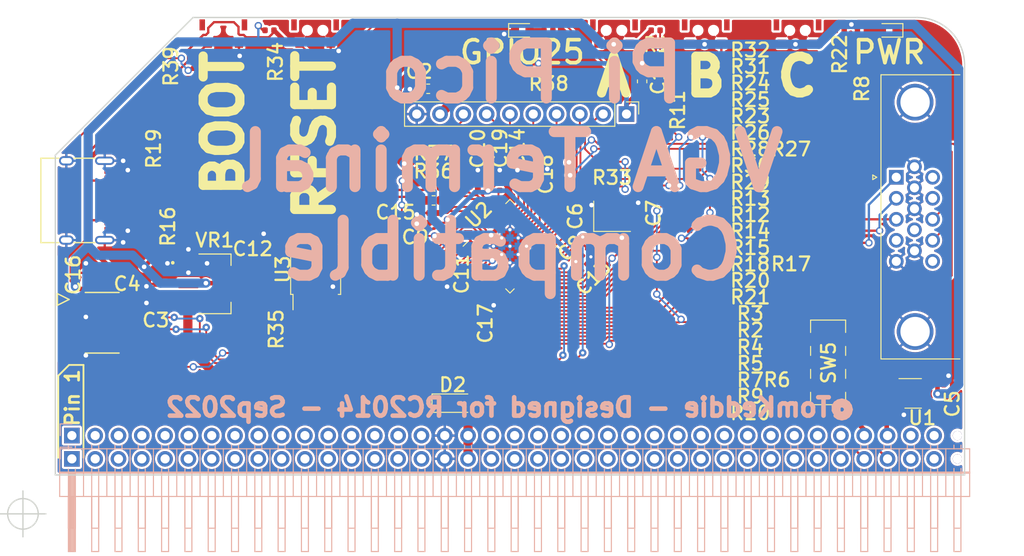
<source format=kicad_pcb>
(kicad_pcb (version 20211014) (generator pcbnew)
  (layers (0 "F.Cu" signal) (31 "B.Cu" signal) (34 "B.Paste" user) (35 "F.Paste" user) (36 "B.SilkS" user "B.Silkscreen") (37 "F.SilkS" user "F.Silkscreen") (38 "B.Mask" user) (39 "F.Mask" user) (44 "Edge.Cuts" user))
  (net 0 "")
  (net 1 "GND")
  (net 2 "+5V")
  (net 3 "+3.3V")
  (net 4 "/RP2040/XIN")
  (net 5 "+1V1")
  (net 6 "Net-(D1-Pad2)")
  (net 7 "+5VA")
  (net 8 "Net-(D3-Pad2)")
  (net 9 "/GPIO18")
  (net 10 "/GPIO19")
  (net 11 "/GPIO22")
  (net 12 "/GPIO26")
  (net 13 "/GPIO27")
  (net 14 "/GPIO28")
  (net 15 "/GPIO5")
  (net 16 "/VGA_R")
  (net 17 "/VGA_G")
  (net 18 "/VGA_B")
  (net 23 "/VGA_HS")
  (net 24 "/VGA_VS")
  (net 26 "/USB_N")
  (net 27 "/USB_P")
  (net 29 "/CC2")
  (net 31 "/CC1")
  (net 64 "/TX2")
  (net 65 "/RX2")
  (net 101 "/TX1")
  (net 102 "/RX1")
  (net 106 "/RP2040/~{RESET}")
  (net 108 "/RP2040/SWCLK")
  (net 109 "/RP2040/SWD")
  (net 110 "Net-(R1-Pad1)")
  (net 111 "/RP2040/GPIO0")
  (net 112 "/RP2040/GPIO4")
  (net 113 "/RP2040/GPIO3")
  (net 114 "/RP2040/GPIO2")
  (net 115 "Net-(R6-Pad2)")
  (net 116 "/RP2040/GPIO1")
  (net 117 "Net-(R11-Pad1)")
  (net 118 "/RP2040/GPIO6")
  (net 119 "/RP2040/GPIO10")
  (net 120 "/RP2040/GPIO9")
  (net 121 "/RP2040/GPIO8")
  (net 122 "Net-(R17-Pad2)")
  (net 123 "/RP2040/GPIO7")
  (net 124 "Net-(R22-Pad1)")
  (net 125 "/RP2040/GPIO11")
  (net 126 "/RP2040/GPIO15")
  (net 127 "/RP2040/GPIO14")
  (net 128 "/RP2040/GPIO13")
  (net 129 "Net-(R27-Pad2)")
  (net 130 "/RP2040/GPIO12")
  (net 131 "/RP2040/GPIO16")
  (net 132 "/RP2040/GPIO17")
  (net 133 "/RP2040/XOUT")
  (net 134 "/RP2040/QSPI_SS")
  (net 135 "Net-(R36-Pad2)")
  (net 136 "Net-(R37-Pad2)")
  (net 137 "Net-(R38-Pad1)")
  (net 138 "/RP2040/BOOTSEL")
  (net 139 "/UART_TX")
  (net 140 "Net-(SW5-Pad5)")
  (net 141 "/UART_RX_3.3")
  (net 142 "/RP2040/GPIO23")
  (net 143 "/RP2040/GPIO24")
  (net 144 "/RP2040/GPIO29")
  (net 146 "/RP2040/QSPI_SD3")
  (net 147 "/RP2040/QSPI_SCLK")
  (net 148 "/RP2040/QSPI_SD0")
  (net 149 "/RP2040/QSPI_SD2")
  (net 150 "/RP2040/QSPI_SD1")
  (net 151 "Net-(C7-Pad1)")
  (footprint "tom-passives:R_0603_1608Metric" (layer "F.Cu") (at 195.1228 121.92)
    (fp_text reference "R37")
    (fp_text value "27")
  )
  (footprint "tom-passives:R_0402_1005Metric" (layer "F.Cu") (at 223.52 136.779 180)
    (fp_text reference "R21")
    (fp_text value "12k")
  )
  (footprint "tom-mechanical:SW_DPDT_SMD" (layer "F.Cu") (at 238.125 141.097 90)
    (fp_text reference "SW5")
    (fp_text value "SW_DPDT_x2" hide)
  )
  (footprint "tom-mechanical:SW_SPST_SMD_SIDE_C319395" (layer "F.Cu") (at 182.212 104.91 90)
    (fp_text reference "SW1" hide)
    (fp_text value "C319395" hide)
  )
  (footprint "tom-passives:C_0402_1005Metric" (layer "F.Cu") (at 204.2668 121.7168 90)
    (fp_text reference "C14")
    (fp_text value "100nF,16V,X7R ")
  )
  (footprint "tom-passives:R_0402_1005Metric" (layer "F.Cu") (at 223.52 144.78 180)
    (fp_text reference "R10")
    (fp_text value "12k")
  )
  (footprint "tom-passives:C_0402_1005Metric" (layer "F.Cu") (at 200.7616 133.9596 -90)
    (fp_text reference "C17")
    (fp_text value "100nF,16V,X7R ")
  )
  (footprint "tom-passives:R_0402_1005Metric" (layer "F.Cu") (at 223.52 130.048 180)
    (fp_text reference "R13")
    (fp_text value "1k")
  )
  (footprint "tom-passives:R_0402_1005Metric" (layer "F.Cu") (at 223.52 143.637 180)
    (fp_text reference "R9")
    (fp_text value "24k")
  )
  (footprint "tom-passives:C_0402_1005Metric" (layer "F.Cu") (at 211.6328 129.1082 45)
    (fp_text reference "C8")
    (fp_text value "100nF,16V,X7R ")
  )
  (footprint "tom-passives:R_0402_1005Metric" (layer "F.Cu") (at 214.5792 122.7328)
    (fp_text reference "R33")
    (fp_text value "1k")
  )
  (footprint "tom-passives:R_0402_1005Metric" (layer "F.Cu") (at 164.592 126.2888 -90)
    (fp_text reference "R16")
    (fp_text value "5.1k")
  )
  (footprint "tom-passives:R_0402_1005Metric" (layer "F.Cu") (at 219.329 104.902)
    (fp_text reference "R1")
    (fp_text value "1k")
  )
  (footprint "tom-opto:LED_0603_1608Metric" (layer "F.Cu") (at 244.79 104.91 180)
    (fp_text reference "D1" hide)
    (fp_text value "LED" hide)
  )
  (footprint "tom-passives:R_0402_1005Metric" (layer "F.Cu") (at 177.9524 134.5692)
    (fp_text reference "R35")
    (fp_text value "10k")
  )
  (footprint "tom-passives:C_0402_1005Metric" (layer "F.Cu") (at 197.0024 131.4704 -90)
    (fp_text reference "C11")
    (fp_text value "100nF,16V,X7R ")
  )
  (footprint "tom-passives:R_0402_1005Metric" (layer "F.Cu") (at 223.52 137.922 180)
    (fp_text reference "R3")
    (fp_text value "1k")
  )
  (footprint "tom-passives:R_0402_1005Metric" (layer "F.Cu") (at 223.52 141.351 180)
    (fp_text reference "R5")
    (fp_text value "2k")
  )
  (footprint "tom-passives:C_0402_1005Metric" (layer "F.Cu") (at 157.226 131.826 90)
    (fp_text reference "C16")
    (fp_text value "100nF,16V,X7R ")
  )
  (footprint "tom-mechanical:SW_SPST_SMD_SIDE_C319395" (layer "F.Cu") (at 234.79 104.91 90)
    (fp_text reference "SW4" hide)
    (fp_text value "C319395" hide)
  )
  (footprint "tom-passives:R_0402_1005Metric" (layer "F.Cu") (at 223.52 122.2248 180)
    (fp_text reference "R24")
    (fp_text value "1k")
  )
  (footprint "tom-mechanical:SW_SPST_SMD_SIDE_C319395" (layer "F.Cu") (at 172.212 104.91 90)
    (fp_text reference "SW6" hide)
    (fp_text value "Switch_SW_Push" hide)
  )
  (footprint "tom-passives:R_0402_1005Metric" (layer "F.Cu") (at 223.52 127.8128 180)
    (fp_text reference "R30")
    (fp_text value "12k")
  )
  (footprint "tom-connectors:PinHeader_1x10_P2.54mm_Vertical" (layer "F.Cu") (at 216.1493 114.0328 -90)
    (fp_text reference "J1" hide)
    (fp_text value "Conn_01x10_Female" hide)
  )
  (footprint "tom-passives:C_0402_1005Metric" (layer "F.Cu") (at 165.354 134.8232 180)
    (fp_text reference "C3")
    (fp_text value "1uF,25V,X5R ")
  )
  (footprint "tom-connectors:DSUB-15-HD_Female_Horizontal_P2.29x1.98mm_EdgePinOffset3.03mm_Housed_MountingHolesOffset4.94mm" (layer "F.Cu") (at 245.555669 120.922 90)
    (fp_text reference "J2" hide)
    (fp_text value "DB15_Female_HighDensity_MountingHoles" hide)
  )
  (footprint "tom-semiconductors:SOT-23-5" (layer "F.Cu") (at 247.396 144.4752)
    (fp_text reference "U1")
    (fp_text value "74LVC1G125")
  )
  (footprint "tom-passives:R_0402_1005Metric" (layer "F.Cu") (at 223.52 123.3424 180)
    (fp_text reference "R23")
    (fp_text value "1k")
  )
  (footprint "tom-opto:LED_0603_1608Metric" (layer "F.Cu") (at 204.79 104.91)
    (fp_text reference "D3" hide)
    (fp_text value "LED" hide)
  )
  (footprint "tom-passives:R_0402_1005Metric" (layer "F.Cu") (at 223.52 139.065 180)
    (fp_text reference "R2")
    (fp_text value "1k")
  )
  (footprint "tom-passives:R_0402_1005Metric" (layer "F.Cu") (at 223.52 142.494 180)
    (fp_text reference "R7")
    (fp_text value "2k")
  )
  (footprint "tom-passives:C_0402_1005Metric" (layer "F.Cu") (at 211.7344 125.1712 90)
    (fp_text reference "C6")
    (fp_text value "20pF,50V,C0G ")
  )
  (footprint "tom-passives:R_0402_1005Metric" (layer "F.Cu") (at 223.52 119.9896 180)
    (fp_text reference "R32")
    (fp_text value "47")
  )
  (footprint "tom-passives:R_0402_1005Metric" (layer "F.Cu") (at 223.52 128.9304 180)
    (fp_text reference "R29")
    (fp_text value "24k")
  )
  (footprint "tom-semiconductors:D_SOD-123" (layer "F.Cu") (at 197.2056 145.542)
    (fp_text reference "D2")
    (fp_text value "1N5817")
  )
  (footprint "tom-passives:R_0402_1005Metric" (layer "F.Cu") (at 239.395 104.902)
    (fp_text reference "R22")
    (fp_text value "1k")
  )
  (footprint "tom-passives:C_0402_1005Metric" (layer "F.Cu") (at 199.9488 121.7676 90)
    (fp_text reference "C10")
    (fp_text value "10uF,6.3V,X5R ")
  )
  (footprint "tom-passives:R_0402_1005Metric" (layer "F.Cu") (at 225.679 126.6952 180)
    (fp_text reference "R27")
    (fp_text value "2k")
  )
  (footprint "tom-passives:C_0402_1005Metric" (layer "F.Cu") (at 207.3148 124.3076 90)
    (fp_text reference "C18")
    (fp_text value "100nF,16V,X7R ")
  )
  (footprint "tom-passives:R_0402_1005Metric" (layer "F.Cu") (at 207.645 104.91 180)
    (fp_text reference "R38")
    (fp_text value "470")
  )
  (footprint "tom-mechanical:SW_SPST_SMD_SIDE_C319395" (layer "F.Cu") (at 214.79 104.91 90)
    (fp_text reference "SW2" hide)
    (fp_text value "C319395" hide)
  )
  (footprint "tom-connectors:FTSH-105-01-F-DV-K" (layer "F.Cu") (at 159.004 136.779 -90)
    (fp_text reference "J6" hide)
    (fp_text value "Conn_02x05_SWD" hide)
  )
  (footprint "tom-mechanical:SW_SPST_SMD_SIDE_C319395" (layer "F.Cu") (at 224.79 104.91 90)
    (fp_text reference "SW3" hide)
    (fp_text value "C319395" hide)
  )
  (footprint "tom-passives:R_0402_1005Metric" (layer "F.Cu") (at 223.52 135.636 180)
    (fp_text reference "R20")
    (fp_text value "24k")
  )
  (footprint "tom-connectors:USB_C_Receptacle_GT-USB-7010" (layer "F.Cu") (at 156.972 123.444 -90)
    (fp_text reference "J3" hide)
    (fp_text value "USB_C_Receptacle_USB2.0" hide)
  )
  (footprint "tom-passives:C_0402_1005Metric" (layer "F.Cu") (at 195.1228 124.8156 180)
    (fp_text reference "C15")
    (fp_text value "100nF,16V,X7R ")
  )
  (footprint "tom-passives:C_0603_1608Metric" (layer "F.Cu") (at 217.8558 110.4646 90)
    (fp_text reference "C1")
    (fp_text value "10uF,10V,X5R ")
  )
  (footprint "tom-passives:R_0402_1005Metric" (layer "F.Cu") (at 225.679 134.5184 180)
    (fp_text reference "R17")
    (fp_text value "2k")
  )
  (footprint "tom-passives:R_0402_1005Metric" (layer "F.Cu") (at 223.52 126.6952 180)
    (fp_text reference "R28")
    (fp_text value "2k")
  )
  (footprint "tom-passives:R_0402_1005Metric" (layer "F.Cu") (at 223.52 133.4008 180)
    (fp_text reference "R15")
    (fp_text value "2k")
  )
  (footprint "tom-passives:C_0402_1005Metric" (layer "F.Cu") (at 251.206 143.51)
    (fp_text reference "C5")
    (fp_text value "100nF,16V,X7R ")
  )
  (footprint "tom-semiconductors:SOIC-8_5.23x5.23mm_P1.27mm" (layer "F.Cu") (at 182.2704 130.9624 90)
    (fp_text reference "U3")
    (fp_text value "W25Q128JVS")
  )
  (footprint "tom-semiconductors:RP2040-QFN-56" (layer "F.Cu") (at 203.4493 128.4351 45)
    (fp_text reference "U2")
    (fp_text value "RP2040")
  )
  (footprint "tom-passives:R_0402_1005Metric" (layer "F.Cu") (at 223.52 132.2832 180)
    (fp_text reference "R14")
    (fp_text value "1k")
  )
  (footprint "tom-passives:C_0402_1005Metric" (layer "F.Cu") (at 178.2318 127.3556 180)
    (fp_text reference "C12")
    (fp_text value "100nF,16V,X7R ")
  )
  (footprint "tom-passives:R_0402_1005Metric" (layer "F.Cu") (at 169.0116 108.5596 90)
    (fp_text reference "R39")
    (fp_text value "1k")
  )
  (footprint "tom-passives:C_0402_1005Metric" (layer "F.Cu") (at 202.3364 121.8692 90)
    (fp_text reference "C19")
    (fp_text value "2.2uF,6.3V,X5R ")
  )
  (footprint "tom-passives:C_0402_1005Metric" (layer "F.Cu") (at 195.1228 125.8824 180)
    (fp_text reference "C9")
    (fp_text value "100nF,16V,X7R ")
  )
  (footprint "tom-passives:Crystal_SMD_3225-4Pin_3.2x2.5mm" (layer "F.Cu") (at 214.5792 125.1712)
    (fp_text reference "X1" hide)
    (fp_text value "12MHz" hide)
  )
  (footprint "tom-passives:R_0603_1608Metric" (layer "F.Cu") (at 195.1228 123.444)
    (fp_text reference "R36")
    (fp_text value "27")
  )
  (footprint "tom-passives:R_0402_1005Metric" (layer "F.Cu") (at 177.2412 104.902)
    (fp_text reference "R34")
    (fp_text value "10k")
  )
  (footprint "tom-semiconductors:VREG_LM1117MPX-3.3" (layer "F.Cu") (at 171.2976 132.5372)
    (fp_text reference "VR1")
    (fp_text value "LM1117MPX-3.3")
  )
  (footprint "tom-passives:C_0402_1005Metric" (layer "F.Cu") (at 165.354 132.5372 180)
    (fp_text reference "C4")
    (fp_text value "1uF,25V,X5R ")
  )
  (footprint "tom-passives:C_0603_1608Metric" (layer "F.Cu") (at 194.5386 111.2774 180)
    (fp_text reference "C2")
    (fp_text value "10uF,10V,X5R ")
  )
  (footprint "tom-passives:R_0402_1005Metric" (layer "F.Cu") (at 223.52 140.208 180)
    (fp_text reference "R4")
    (fp_text value "1k")
  )
  (footprint "tom-passives:R_0402_1005Metric" (layer "F.Cu") (at 225.679 142.494 180)
    (fp_text reference "R6")
    (fp_text value "2k")
  )
  (footprint "tom-passives:R_0402_1005Metric" (layer "F.Cu") (at 223.52 131.1656 180)
    (fp_text reference "R12")
    (fp_text value "1k")
  )
  (footprint "tom-passives:R_0402_1005Metric" (layer "F.Cu") (at 164.592 120.904 90)
    (fp_text reference "R19")
    (fp_text value "5.1k")
  )
  (footprint "tom-passives:C_0402_1005Metric" (layer "F.Cu") (at 211.5312 130.7338 45)
    (fp_text reference "C13")
    (fp_text value "100nF,16V,X7R ")
  )
  (footprint "tom-passives:R_0402_1005Metric" (layer "F.Cu") (at 223.52 134.5184 180)
    (fp_text reference "R18")
    (fp_text value "2k")
  )
  (footprint "tom-passives:R_0402_1005Metric" (layer "F.Cu") (at 223.52 125.5776 180)
    (fp_text reference "R26")
    (fp_text value "2k")
  )
  (footprint "tom-passives:R_0402_1005Metric" (layer "F.Cu") (at 223.52 124.46 180)
    (fp_text reference "R25")
    (fp_text value "1k")
  )
  (footprint "tom-passives:R_0402_1005Metric" (layer "F.Cu") (at 241.808 104.902)
    (fp_text reference "R8")
    (fp_text value "470")
  )
  (footprint "tom-passives:R_0402_1005Metric" (layer "F.Cu") (at 223.52 121.1072 180)
    (fp_text reference "R31")
    (fp_text value "47")
  )
  (footprint "tom-passives:C_0402_1005Metric" (layer "F.Cu") (at 217.424 125.1712 90)
    (fp_text reference "C7")
    (fp_text value "20pF,50V,C0G ")
  )
  (footprint "tom-passives:R_0402_1005Metric" (layer "F.Cu") (at 223.1644 114.2492 -90)
    (fp_text reference "R11")
    (fp_text value "1k")
  )
  (footprint "tom-connectors:PinHeader_1x39_P2.54mm_Horizontal" (layer "B.Cu") (at 155.702 151.6126 -90)
    (fp_text reference "J5" hide)
    (fp_text value "RC2014-STD" hide)
  )
  (footprint "tom-connectors:PinHeader_1x39_P2.54mm_Horizontal" (layer "B.Cu") (at 155.702 149.0726 -90)
    (fp_text reference "J4" hide)
    (fp_text value "RC2014-ENH" hide)
  )
  (gr_line (start 154.2161 142.5575) (end 155.3972 141.3764) (layer "F.SilkS") (width 0.2))
  (gr_line (start 155.3972 141.3764) (end 156.96692 141.3764) (layer "F.SilkS") (width 0.2))
  (gr_line (start 156.96692 141.3764) (end 156.96692 151.48814) (layer "F.SilkS") (width 0.2))
  (gr_line (start 154.2161 151.48814) (end 154.2161 142.5575) (layer "F.SilkS") (width 0.2))
  (gr_line (start 153.8986 118.5164) (end 153.8986 153.3652) (layer "Edge.Cuts") (width 0.15))
  (gr_arc (start 247.8184 103.505) (mid 251.482013 105.021856) (end 253 108.685) (layer "Edge.Cuts") (width 0.15))
  (gr_line (start 253 108.685) (end 253 153.3652) (layer "Edge.Cuts") (width 0.15))
  (gr_line (start 153.8986 153.3652) (end 253 153.3652) (layer "Edge.Cuts") (width 0.15))
  (gr_line (start 168.91 103.505) (end 153.8986 118.5164) (layer "Edge.Cuts") (width 0.15))
  (gr_line (start 247.8184 103.505) (end 168.91 103.505) (layer "Edge.Cuts") (width 0.15))
  (gr_text "Pi Pico \nVGA Terminal\nCompatible" (at 203.5556 119.2276) (layer "B.SilkS") (effects (font (size 6 6) (thickness 1.2)) (justify mirror)))
  (gr_text "@TomKeddie - Designed for RC2014 - Sep2022" (at 203.4794 145.9992) (layer "B.SilkS") (effects (font (size 2 2) (thickness 0.5)) (justify mirror)))
  (gr_text "GPIO25" (at 204.8002 107.2896) (layer "F.SilkS") (effects (font (size 2.5 2.5) (thickness 0.4))))
  (gr_text "Pin 1" (at 155.7528 144.9578 90) (layer "F.SilkS") (effects (font (size 1.5 1.5) (thickness 0.3))))
  (gr_text "PWR" (at 244.79 107.2896) (layer "F.SilkS") (effects (font (size 2.5 2.5) (thickness 0.4))))
  (gr_text "RESET" (at 182.1942 116.332 90) (layer "F.SilkS") (effects (font (size 4 4) (thickness 1))))
  (gr_text "C" (at 234.7468 109.9312) (layer "F.SilkS") (effects (font (size 4 4) (thickness 1))))
  (gr_text "A" (at 214.7646 109.9312) (layer "F.SilkS") (effects (font (size 4 4) (thickness 1))))
  (gr_text "B" (at 224.7646 109.9312) (layer "F.SilkS") (effects (font (size 4 4) (thickness 1))))
  (gr_text "BOOT" (at 172.212 115.0366 90) (layer "F.SilkS") (effects (font (size 4 4) (thickness 1))))
  (target plus (at 150.368 157.607) (size 5) (width 0.15) (layer "Edge.Cuts"))
  (segment (start 211.578055 132.883705) (end 212.914402 131.547358) (width 0.2) (layer "F.Cu") (net 1))
  (segment (start 206.483692 132.883705) (end 211.578055 132.883705) (width 0.2) (layer "F.Cu") (net 1))
  (segment (start 213.878701 130.557659) (end 213.878701 129.275299) (width 0.2) (layer "F.Cu") (net 1))
  (segment (start 213.878701 129.275299) (end 215.646 127.508) (width 0.2) (layer "F.Cu") (net 1))
  (segment (start 205.172873 131.572886) (end 206.483692 132.883705) (width 0.2) (layer "F.Cu") (net 1))
  (segment (start 212.914402 131.547358) (end 212.914402 131.521958) (width 0.2) (layer "F.Cu") (net 1))
  (segment (start 212.914402 131.521958) (end 213.878701 130.557659) (width 0.2) (layer "F.Cu") (net 1))
  (via (at 201.676 134.874) (size 0.8) (drill 0.5) (layers "F.Cu" "B.Cu") (net 1))
  (via (at 168.402 131.318) (size 0.8) (drill 0.5) (layers "F.Cu" "B.Cu") (net 1))
  (via (at 168.402 128.778) (size 0.8) (drill 0.5) (layers "F.Cu" "B.Cu") (net 1))
  (via (at 246.38 146.812) (size 0.8) (drill 0.5) (layers "F.Cu" "B.Cu") (net 1))
  (via (at 161.798 126.746) (size 0.8) (drill 0.5) (layers "F.Cu" "B.Cu") (net 1))
  (via (at 176.6062 127.0762) (size 0.8) (drill 0.5) (layers "F.Cu" "B.Cu") (net 1))
  (via (at 204.2668 120.142) (size 0.8) (drill 0.5) (layers "F.Cu" "B.Cu") (net 1))
  (via (at 184.15 132.842) (size 0.8) (drill 0.5) (layers "F.Cu" "B.Cu") (net 1))
  (via (at 251.2495 142.551039) (size 0.8) (drill 0.5) (layers "F.Cu" "B.Cu") (net 1))
  (via (at 163.83 132.8053) (size 0.8) (drill 0.5) (layers "F.Cu" "B.Cu") (net 1))
  (via (at 166.116 130.302) (size 0.8) (drill 0.5) (layers "F.Cu" "B.Cu") (net 1))
  (via (at 196.596 132.842) (size 0.8) (drill 0.5) (layers "F.Cu" "B.Cu") (net 1))
  (via (at 173.99 107.696) (size 0.8) (drill 0.5) (layers "F.Cu" "B.Cu") (net 1))
  (via (at 193.294 125.984) (size 0.8) (drill 0.5) (layers "F.Cu" "B.Cu") (net 1))
  (via (at 193.294 124.968) (size 0.8) (drill 0.5) (layers "F.Cu" "B.Cu") (net 1))
  (via (at 202.3364 120.142) (size 0.8) (drill 0.5) (layers "F.Cu" "B.Cu") (net 1))
  (via (at 199.9488 120.142) (size 0.8) (drill 0.5) (layers "F.Cu" "B.Cu") (net 1))
  (via (at 163.83 134.62) (size 0.8) (drill 0.5) (layers "F.Cu" "B.Cu") (net 1))
  (via (at 207.518 120.015) (size 0.8) (drill 0.5) (layers "F.Cu" "B.Cu") (net 1))
  (via (at 217.8558 108.4834) (size 0.8) (drill 0.5) (layers "F.Cu" "B.Cu") (net 1))
  (via (at 192.547464 111.318264) (size 0.8) (drill 0.5) (layers "F.Cu" "B.Cu") (net 1))
  (via (at 212.344 123.952) (size 0.8) (drill 0.5) (layers "F.Cu" "B.Cu") (net 1))
  (via (at 161.29 128.016) (size 0.8) (drill 0.5) (layers "F.Cu" "B.Cu") (net 1))
  (via (at 161.798 120.142) (size 0.8) (drill 0.5) (layers "F.Cu" "B.Cu") (net 1))
  (via (at 215.646 127.508) (size 0.8) (drill 0.5) (layers "F.Cu" "B.Cu") (net 1))
  (via (at 217.424 123.698) (size 0.8) (drill 0.5) (layers "F.Cu" "B.Cu") (net 1))
  (via (at 170.434 130.302) (size 0.8) (drill 0.5) (layers "F.Cu" "B.Cu") (net 1))
  (via (at 212.2678 129.5908) (size 0.8) (drill 0.35) (layers "F.Cu" "B.Cu") (net 1))
  (via (at 161.29 119.126) (size 0.8) (drill 0.5) (layers "F.Cu" "B.Cu") (net 1))
  (via (at 202.819 105.3084) (size 0.8) (drill 0.5) (layers "F.Cu" "B.Cu") (net 1))
  (via (at 184.780364 107.14951) (size 0.8) (drill 0.5) (layers "F.Cu" "B.Cu") (net 1))
  (via (at 157.226 140.335) (size 0.8) (drill 0.5) (layers "F.Cu" "B.Cu") (net 1))
  (via (at 157.226 130.302) (size 0.8) (drill 0.5) (layers "F.Cu" "B.Cu") (net 1))
  (via (at 157.226 136.144) (size 0.8) (drill 0.5) (layers "F.Cu" "B.Cu") (net 1))
  (segment (start 168.3439 134.8909) (end 168.3439 139.400965) (width 1) (layer "F.Cu") (net 2))
  (segment (start 166.412908 110.1203) (end 157.706999 118.826209) (width 0.5) (layer "F.Cu") (net 2))
  (segment (start 165.839 134.8232) (end 166.7256 134.8232) (width 0.5) (layer "F.Cu") (net 2))
  (segment (start 174.484935 145.542) (end 195.5556 145.542) (width 1) (layer "F.Cu") (net 2))
  (segment (start 166.37 133.6548) (end 166.7256 134.0104) (width 0.5) (layer "F.Cu") (net 2))
  (segment (start 192.332202 108.5088) (end 190.720702 110.1203) (width 0.5) (layer "F.Cu") (net 2))
  (segment (start 159.027799 125.601399) (end 157.706999 125.601399) (width 0.25) (layer "F.Cu") (net 2))
  (segment (start 160.122 125.694) (end 159.1204 125.694) (width 0.25) (layer "F.Cu") (net 2))
  (segment (start 162.7632 133.6548) (end 166.37 133.6548) (width 0.5) (layer "F.Cu") (net 2))
  (segment (start 217.8558 111.2521) (end 216.1493 112.9586) (width 0.5) (layer "F.Cu") (net 2))
  (segment (start 206.5528 108.5088) (end 192.332202 108.5088) (width 0.5) (layer "F.Cu") (net 2))
  (segment (start 168.3976 134.8372) (end 168.3439 134.8909) (width 1) (layer "F.Cu") (net 2))
  (segment (start 158.980201 121.283399) (end 157.706999 121.283399) (width 0.25) (layer "F.Cu") (net 2))
  (segment (start 166.7256 134.8232) (end 168.3836 134.8232) (width 0.5) (layer "F.Cu") (net 2))
  (segment (start 159.1204 125.694) (end 159.027799 125.601399) (width 0.25) (layer "F.Cu") (net 2))
  (segment (start 160.122 121.194) (end 159.0696 121.194) (width 0.25) (layer "F.Cu") (net 2))
  (segment (start 157.706999 118.826209) (end 157.706999 128.598599) (width 0.5) (layer "F.Cu") (net 2))
  (segment (start 190.720702 110.1203) (end 166.412908 110.1203) (width 0.5) (layer "F.Cu") (net 2))
  (segment (start 166.7256 134.0104) (end 166.7256 134.8232) (width 0.5) (layer "F.Cu") (net 2))
  (segment (start 159.0696 121.194) (end 158.980201 121.283399) (width 0.25) (layer "F.Cu") (net 2))
  (segment (start 157.706999 128.598599) (end 162.7632 133.6548) (width 0.5) (layer "F.Cu") (net 2))
  (segment (start 168.3439 139.400965) (end 174.484935 145.542) (width 1) (layer "F.Cu") (net 2))
  (segment (start 216.1493 112.9586) (end 216.1493 114.0328) (width 0.5) (layer "F.Cu") (net 2))
  (via (at 206.5528 108.5088) (size 0.8) (drill 0.5) (layers "F.Cu" "B.Cu") (net 2))
  (segment (start 216.1493 110.0328) (end 216.1493 114.0328) (width 0.5) (layer "B.Cu") (net 2))
  (segment (start 206.5528 108.5088) (end 214.6253 108.5088) (width 0.5) (layer "B.Cu") (net 2))
  (segment (start 214.6253 108.5088) (end 216.1493 110.0328) (width 0.5) (layer "B.Cu") (net 2))
  (segment (start 196.7484 111.2774) (end 196.8246 111.2012) (width 0.5) (layer "F.Cu") (net 3))
  (segment (start 204.041502 124.165943) (end 204.3684 123.839045) (width 0.2) (layer "F.Cu") (net 3))
  (segment (start 250.0478 143.5252) (end 250.0478 144.5108) (width 0.5) (layer "F.Cu") (net 3))
  (segment (start 170.307 132.461) (end 174.1214 132.461) (width 0.5) (layer "F.Cu") (net 3))
  (segment (start 195.3261 111.2774) (end 196.7484 111.2774) (width 0.5) (layer "F.Cu") (net 3))
  (segment (start 201.442885 125.580156) (end 200.017929 124.1552) (width 0.2) (layer "F.Cu") (net 3))
  (segment (start 202.2602 126.365) (end 203.4032 125.222) (width 0.5) (layer "F.Cu") (net 3))
  (segment (start 196.85 124.6124) (end 196.6468 124.8156) (width 0.2) (layer "F.Cu") (net 3))
  (segment (start 200.2028 128.4224) (end 201.93 126.6952) (width 0.5) (layer "F.Cu") (net 3))
  (segment (start 168.275 125.984) (end 163.576 130.683) (width 0.5) (layer "F.Cu") (net 3))
  (segment (start 206.587086 126.711527) (end 205.8162 127.482415) (width 0.2) (layer "F.Cu") (net 3))
  (segment (start 241.3 104.902) (end 240.665 104.267) (width 0.25) (layer "F.Cu") (net 3))
  (segment (start 157.226 133.096) (end 157.226 134.239) (width 0.5) (layer "F.Cu") (net 3))
  (segment (start 250.0478 144.5108) (end 250.063 144.526) (width 0.5) (layer "F.Cu") (net 3))
  (segment (start 177.4674 134.5692) (end 175.4354 132.5372) (width 0.25) (layer "F.Cu") (net 3))
  (segment (start 156.083 132.842) (end 156.337 133.096) (width 0.5) (layer "F.Cu") (net 3))
  (segment (start 200.7616 132.537015) (end 200.7616 133.4746) (width 0.2) (layer "F.Cu") (net 3))
  (segment (start 203.4032 125.222) (end 203.454 125.222) (width 0.5) (layer "F.Cu") (net 3))
  (segment (start 191.1604 111.1504) (end 191.1604 118.6688) (width 1) (layer "F.Cu") (net 3))
  (segment (start 214.691 106.36) (end 214.757 106.426) (width 0.25) (layer "F.Cu") (net 3))
  (segment (start 179.5272 126.3904) (end 179.5272 127.2032) (width 0.5) (layer "F.Cu") (net 3))
  (segment (start 176.53 104.902) (end 176.022 104.394) (width 0.25) (layer "F.Cu") (net 3))
  (segment (start 201.93 126.632959) (end 201.93 126.6952) (width 0.2) (layer "F.Cu") (net 3))
  (segment (start 206.102395 127.870395) (end 205.8162 127.5842) (width 0.5) (layer "F.Cu") (net 3))
  (segment (start 192.5828 109.728) (end 196.1642 109.728) (width 1) (layer "F.Cu") (net 3))
  (segment (start 199.180143 129.027302) (end 199.785047 128.4224) (width 0.2) (layer "F.Cu") (net 3))
  (segment (start 250.0478 143.5252) (end 250.7058 143.5252) (width 0.5) (layer "F.Cu") (net 3))
  (segment (start 210.579798 131.685202) (end 211.188253 131.076747) (width 0.2) (layer "F.Cu") (net 3))
  (segment (start 206.021401 130.724358) (end 206.982245 131.685202) (width 0.2) (layer "F.Cu") (net 3))
  (segment (start 199.785047 128.4224) (end 200.2028 128.4224) (width 0.2) (layer "F.Cu") (net 3))
  (segment (start 175.4354 132.5372) (end 174.1976 132.5372) (width 0.25) (layer "F.Cu") (net 3))
  (segment (start 201.93 126.6952) (end 202.2602 126.365) (width 0.5) (layer "F.Cu") (net 3))
  (segment (start 191.1604 111.1504) (end 192.5828 109.728) (width 1) (layer "F.Cu") (net 3))
  (segment (start 205.2066 129.909555) (end 205.2066 129.8194) (width 0.2) (layer "F.Cu") (net 3))
  (segment (start 201.725727 131.572886) (end 202.102245 131.19637) (width 0.2) (layer "F.Cu") (net 3))
  (segment (start 199.909443 124.6124) (end 196.85 124.6124) (width 0.2) (layer "F.Cu") (net 3))
  (segment (start 196.6468 124.8156) (end 195.6078 124.8156) (width 0.2) (layer "F.Cu") (net 3))
  (segment (start 202.574255 124.448786) (end 202.197739 124.072268) (width 0.2) (layer "F.Cu") (net 3))
  (segment (start 203.347471 125.222) (end 203.4032 125.222) (width 0.2) (layer "F.Cu") (net 3))
  (segment (start 213.09 106.36) (end 214.691 106.36) (width 0.25) (layer "F.Cu") (net 3))
  (segment (start 156.337 133.096) (end 157.226 133.096) (width 0.5) (layer "F.Cu") (net 3))
  (segment (start 178.7168 127.3556) (end 179.3748 127.3556) (width 0.5) (layer "F.Cu") (net 3))
  (segment (start 201.160042 125.862999) (end 201.93 126.632959) (width 0.2) (layer "F.Cu") (net 3))
  (segment (start 196.1642 109.728) (end 196.8246 110.3884) (width 1) (layer "F.Cu") (net 3))
  (segment (start 196.8246 110.3884) (end 196.8246 111.2012) (width 1) (layer "F.Cu") (net 3))
  (segment (start 157.226 132.311) (end 157.226 133.096) (width 0.5) (layer "F.Cu") (net 3))
  (segment (start 201.442885 125.580156) (end 202.227729 126.365) (width 0.2) (layer "F.Cu") (net 3))
  (segment (start 196.8246 111.2012) (end 196.8246 113.0375) (width 1) (layer "F.Cu") (net 3))
  (segment (start 176.7562 104.902) (end 176.53 104.902) (width 0.25) (layer "F.Cu") (net 3))
  (segment (start 248.496 143.5252) (end 250.0478 143.5252) (width 0.5) (layer "F.Cu") (net 3))
  (segment (start 202.227729 126.365) (end 202.2602 126.365) (width 0.2) (layer "F.Cu") (net 3))
  (segment (start 196.8246 113.0375) (end 195.8293 114.0328) (width 1) (layer "F.Cu") (net 3))
  (segment (start 205.117344 129.730856) (end 206.102395 128.745805) (width 0.5) (layer "F.Cu") (net 3))
  (segment (start 203.65183 131.19637) (end 205.117344 129.730856) (width 0.2) (layer "F.Cu") (net 3))
  (segment (start 206.587086 126.711527) (end 207.3148 125.983813) (width 0.2) (layer "F.Cu") (net 3))
  (segment (start 204.3684 123.839045) (end 204.3684 122.3034) (width 0.2) (layer "F.Cu") (net 3))
  (segment (start 223.09 106.36) (end 224.597 106.36) (width 0.25) (layer "F.Cu") (net 3))
  (segment (start 206.102395 128.745805) (end 206.102395 127.870395) (width 0.5) (layer "F.Cu") (net 3))
  (segment (start 203.454 125.222) (end 205.8162 127.5842) (width 0.5) (layer "F.Cu") (net 3))
  (segment (start 179.5272 127.2032) (end 179.3748 127.3556) (width 0.5) (layer "F.Cu") (net 3))
  (segment (start 202.197739 124.072268) (end 202.197739 122.492861) (width 0.2) (layer "F.Cu") (net 3))
  (segment (start 207.3148 125.983813) (end 207.3148 124.7926) (width 0.2) (layer "F.Cu") (net 3))
  (segment (start 202.574255 124.448786) (end 203.347471 125.222) (width 0.2) (layer "F.Cu") (net 3))
  (segment (start 234.503 106.36) (end 234.569 106.426) (width 0.25) (layer "F.Cu") (net 3))
  (segment (start 203.454 124.753447) (end 203.454 125.222) (width 0.2) (layer "F.Cu") (net 3))
  (segment (start 233.09 106.36) (end 234.503 106.36) (width 0.25) (layer "F.Cu") (net 3))
  (segment (start 205.8162 127.482415) (end 205.8162 127.5842) (width 0.2) (layer "F.Cu") (net 3))
  (segment (start 206.982245 131.685202) (end 210.579798 131.685202) (width 0.2) (layer "F.Cu") (net 3))
  (segment (start 200.017929 124.1552) (end 197.3072 124.1552) (width 0.2) (layer "F.Cu") (net 3))
  (segment (start 191.1604 118.6688) (end 191.9224 119.4308) (width 1) (layer "F.Cu") (net 3))
  (segment (start 204.041502 124.165943) (end 203.454 124.753447) (width 0.2) (layer "F.Cu") (net 3))
  (segment (start 224.597 106.36) (end 224.663 106.426) (width 0.25) (layer "F.Cu") (net 3))
  (segment (start 201.160042 125.862999) (end 199.909443 124.6124) (width 0.2) (layer "F.Cu") (net 3))
  (segment (start 201.725727 131.572886) (end 200.7616 132.537015) (width 0.2) (layer "F.Cu") (net 3))
  (segment (start 206.021401 130.724358) (end 205.2066 129.909555) (width 0.2) (layer "F.Cu") (net 3))
  (segment (start 179.1208 125.984) (end 179.5272 126.3904) (width 0.5) (layer "F.Cu") (net 3))
  (segment (start 199.180143 129.027302) (end 197.222045 130.9854) (width 0.2) (layer "F.Cu") (net 3))
  (segment (start 165.839 132.5372) (end 168.3976 132.5372) (width 0.5) (layer "F.Cu") (net 3))
  (segment (start 202.102245 131.19637) (end 203.65183 131.19637) (width 0.2) (layer "F.Cu") (net 3))
  (segment (start 197.3072 124.1552) (end 196.6468 124.8156) (width 0.2) (layer "F.Cu") (net 3))
  (segment (start 168.3976 132.5372) (end 170.2308 132.5372) (width 0.5) (layer "F.Cu") (net 3))
  (segment (start 170.2308 132.5372) (end 170.307 132.461) (width 0.5) (layer "F.Cu") (net 3))
  (segment (start 168.275 125.984) (end 179.1208 125.984) (width 0.5) (layer "F.Cu") (net 3))
  (segment (start 179.3748 127.3556) (end 180.3586 127.3556) (width 0.5) (layer "F.Cu") (net 3))
  (via (at 163.576 130.683) (size 0.8) (drill 0.5) (layers "F.Cu" "B.Cu") (net 3))
  (via (at 170.307 132.461) (size 0.8) (drill 0.5) (layers "F.Cu" "B.Cu") (net 3))
  (via (at 224.663 106.426) (size 0.8) (drill 0.5) (layers "F.Cu" "B.Cu") (net 3))
  (via (at 191.9224 119.4308) (size 0.8) (drill 0.5) (layers "F.Cu" "B.Cu") (net 3))
  (via (at 156.083 132.842) (size 0.8) (drill 0.5) (layers "F.Cu" "B.Cu") (net 3))
  (via (at 240.665 104.267) (size 0.8) (drill 0.5) (layers "F.Cu" "B.Cu") (net 3))
  (via (at 250.063 144.526) (size 0.8) (drill 0.5) (layers "F.Cu" "B.Cu") (net 3))
  (via (at 191.1604 111.1504) (size 0.8) (drill 0.5) (layers "F.Cu" "B.Cu") (net 3))
  (via (at 201.3966 127.2286) (size 0.8) (drill 0.5) (layers "F.Cu" "B.Cu") (net 3))
  (via (at 234.569 106.426) (size 0.8) (drill 0.5) (layers "F.Cu" "B.Cu") (net 3))
  (via (at 176.022 104.394) (size 0.8) (drill 0.5) (layers "F.Cu" "B.Cu") (net 3))
  (via (at 214.757 106.426) (size 0.8) (drill 0.5) (layers "F.Cu" "B.Cu") (net 3))
  (segment (start 184.277 106.172) (end 186.309 104.14) (width 1) (layer "B.Cu") (net 3))
  (segment (start 175.768 106.172) (end 184.277 106.172) (width 1) (layer "B.Cu") (net 3))
  (segment (start 191.9224 119.4308) (end 194.9704 122.4788) (width 1) (layer "B.Cu") (net 3))
  (segment (start 194.9704 125.4252) (end 196.7738 127.2286) (width 1) (layer "B.Cu") (net 3))
  (segment (start 224.663 106.426) (end 234.569 106.426) (width 1) (layer "B.Cu") (net 3))
  (segment (start 167.259 106.172) (end 175.768 106.172) (width 1) (layer "B.Cu") (net 3))
  (segment (start 194.9704 122.4788) (end 194.9704 125.4252) (width 1) (layer "B.Cu") (net 3))
  (segment (start 165.354 132.461) (end 163.576 130.683) (width 1) (layer "B.Cu") (net 3))
  (segment (start 239.268 104.267) (end 240.665 104.267) (width 1) (layer "B.Cu") (net 3))
  (segment (start 166.2865 107.1445) (end 166.2865 107.113572) (width 1) (layer "B.Cu") (net 3))
  (segment (start 247.523 104.267) (end 252.349 109.093) (width 1) (layer "B.Cu") (net 3))
  (segment (start 157.48 128.397) (end 157.48 115.951) (width 1) (layer "B.Cu") (net 3))
  (segment (start 176.022 104.394) (end 176.022 105.918) (width 0.25) (layer "B.Cu") (net 3))
  (segment (start 170.307 132.461) (end 165.354 132.461) (width 1) (layer "B.Cu") (net 3))
  (segment (start 157.48 115.951) (end 166.2865 107.1445) (width 1) (layer "B.Cu") (net 3))
  (segment (start 166.930572 106.4695) (end 166.9615 106.4695) (width 1) (layer "B.Cu") (net 3))
  (segment (start 186.309 104.14) (end 191.1604 104.14) (width 1) (layer "B.Cu") (net 3))
  (segment (start 176.022 105.918) (end 175.768 106.172) (width 0.25) (layer "B.Cu") (net 3))
  (segment (start 156.083 129.794) (end 156.083 132.842) (width 1) (layer "B.Cu") (net 3))
  (segment (start 251.333 144.526) (end 250.063 144.526) (width 1) (layer "B.Cu") (net 3))
  (segment (start 166.2865 107.113572) (end 166.930572 106.4695) (width 1) (layer "B.Cu") (net 3))
  (segment (start 191.1604 104.14) (end 211.201 104.14) (width 1) (layer "B.Cu") (net 3))
  (segment (start 158.496 129.413) (end 157.48 128.397) (width 1) (layer "B.Cu") (net 3))
  (segment (start 166.9615 106.4695) (end 167.259 106.172) (width 1) (layer "B.Cu") (net 3))
  (segment (start 237.109 106.426) (end 239.268 104.267) (width 1) (layer "B.Cu") (net 3))
  (segment (start 211.201 104.14) (end 213.487 106.426) (width 1) (layer "B.Cu") (net 3))
  (segment (start 213.487 106.426) (end 214.757 106.426) (width 1) (layer "B.Cu") (net 3))
  (segment (start 252.349 109.093) (end 252.349 143.51) (width 1) (layer "B.Cu") (net 3))
  (segment (start 234.569 106.426) (end 237.109 106.426) (width 1) (layer "B.Cu") (net 3))
  (segment (start 252.349 143.51) (end 251.333 144.526) (width 1) (layer "B.Cu") (net 3))
  (segment (start 191.1604 104.14) (end 191.1604 111.1504) (width 1) (layer "B.Cu") (net 3))
  (segment (start 240.665 104.267) (end 247.523 104.267) (width 1) (layer "B.Cu") (net 3))
  (segment (start 196.7738 127.2286) (end 201.3966 127.2286) (width 1) (layer "B.Cu") (net 3))
  (segment (start 157.48 128.397) (end 156.083 129.794) (width 1) (layer "B.Cu") (net 3))
  (segment (start 214.757 106.426) (end 224.663 106.426) (width 1) (layer "B.Cu") (net 3))
  (segment (start 162.306 129.413) (end 158.75 129.413) (width 1) (layer "B.Cu") (net 3))
  (segment (start 163.576 130.683) (end 162.306 129.413) (width 1) (layer "B.Cu") (net 3))
  (segment (start 158.75 129.413) (end 158.496 129.413) (width 1) (layer "B.Cu") (net 3))
  (segment (start 212.0994 126.0212) (end 211.7344 125.6562) (width 0.25) (layer "F.Cu") (net 4))
  (segment (start 213.4792 126.0212) (end 212.0994 126.0212) (width 0.25) (layer "F.Cu") (net 4))
  (segment (start 205.455715 131.290044) (end 206.649875 132.484204) (width 0.2) (layer "F.Cu") (net 4))
  (segment (start 213.4792 130.27822) (end 213.4792 126.0212) (width 0.2) (layer "F.Cu") (net 4))
  (segment (start 211.273216 132.484204) (end 213.4792 130.27822) (width 0.2) (layer "F.Cu") (net 4))
  (segment (start 206.649875 132.484204) (end 211.273216 132.484204) (width 0.2) (layer "F.Cu") (net 4))
  (segment (start 210.5289 130.871143) (end 210.5289 130.2121) (width 0.2) (layer "F.Cu") (net 5))
  (segment (start 202.291413 124.731628) (end 200.450892 122.891108) (width 0.2) (layer "F.Cu") (net 5))
  (segment (start 196.2912 125.8824) (end 196.636864 125.536736) (width 0.2) (layer "F.Cu") (net 5))
  (segment (start 200.9648 122.3772) (end 201.0664 122.3772) (width 0.2) (layer "F.Cu") (net 5))
  (segment (start 206.304244 130.441515) (end 207.147893 131.285164) (width 0.2) (layer "F.Cu") (net 5))
  (segment (start 197.902205 125.154895) (end 197.1747 125.8824) (width 0.2) (layer "F.Cu") (net 5))
  (segment (start 199.886252 125.154895) (end 197.902205 125.154895) (width 0.2) (layer "F.Cu") (net 5))
  (segment (start 210.5289 130.2121) (end 210.6295 130.1115) (width 0.2) (layer "F.Cu") (net 5))
  (segment (start 200.877199 126.145842) (end 199.886252 125.154895) (width 0.2) (layer "F.Cu") (net 5))
  (segment (start 211.289853 129.451147) (end 210.6295 130.1115) (width 0.2) (layer "F.Cu") (net 5))
  (segment (start 210.114879 131.285164) (end 210.5289 130.871143) (width 0.2) (layer "F.Cu") (net 5))
  (segment (start 195.6078 125.8824) (end 196.2912 125.8824) (width 0.2) (layer "F.Cu") (net 5))
  (segment (start 207.147893 131.285164) (end 210.114879 131.285164) (width 0.2) (layer "F.Cu") (net 5))
  (segment (start 200.450892 122.891108) (end 200.9648 122.3772) (width 0.2) (layer "F.Cu") (net 5))
  (segment (start 200.450892 122.891108) (end 199.9488 122.389015) (width 0.2) (layer "F.Cu") (net 5))
  (segment (start 197.1747 125.8824) (end 195.6078 125.8824) (width 0.2) (layer "F.Cu") (net 5))
  (via (at 201.0664 122.3772) (size 0.8) (drill 0.5) (layers "F.Cu" "B.Cu") (net 5))
  (via (at 196.636864 125.536736) (size 0.8) (drill 0.5) (layers "F.Cu" "B.Cu") (net 5))
  (via (at 210.6295 130.1115) (size 0.8) (drill 0.35) (layers "F.Cu" "B.Cu") (net 5))
  (segment (start 199.626178 122.547422) (end 196.636864 125.536736) (width 0.5) (layer "B.Cu") (net 5))
  (segment (start 201.0664 122.3772) (end 203.0984 122.3772) (width 0.5) (layer "B.Cu") (net 5))
  (segment (start 200.896178 122.547422) (end 199.626178 122.547422) (width 0.5) (layer "B.Cu") (net 5))
  (segment (start 210.6295 129.9083) (end 210.6295 130.1115) (width 0.5) (layer "B.Cu") (net 5))
  (segment (start 203.0984 122.3772) (end 210.6295 129.9083) (width 0.5) (layer "B.Cu") (net 5))
  (segment (start 201.0664 122.3772) (end 200.896178 122.547422) (width 0.5) (layer "B.Cu") (net 5))
  (segment (start 242.293 104.902) (end 243.9945 104.902) (width 0.5) (layer "F.Cu") (net 6))
  (segment (start 198.882 145.8712) (end 198.882 149.0726) (width 1) (layer "F.Cu") (net 7))
  (segment (start 198.882 149.0726) (end 198.882 151.6126) (width 1) (layer "F.Cu") (net 7))
  (segment (start 205.5775 104.91) (end 207.152 104.91) (width 0.5) (layer "F.Cu") (net 8))
  (segment (start 207.718457 127.842898) (end 209.418297 126.143058) (width 0.2) (layer "F.Cu") (net 9))
  (segment (start 209.418297 123.073883) (end 211.131699 121.360481) (width 0.2) (layer "F.Cu") (net 9))
  (segment (start 211.131699 121.360481) (end 211.131699 116.248901) (width 0.2) (layer "F.Cu") (net 9))
  (segment (start 213.3478 114.0328) (end 211.131699 116.248901) (width 0.2) (layer "F.Cu") (net 9))
  (segment (start 209.418297 126.143058) (end 209.418297 123.073883) (width 0.2) (layer "F.Cu") (net 9))
  (segment (start 209.018796 125.976873) (end 207.435614 127.560055) (width 0.2) (layer "F.Cu") (net 10))
  (segment (start 210.732198 121.195002) (end 209.018796 122.908404) (width 0.2) (layer "F.Cu") (net 10))
  (segment (start 211.0693 114.0328) (end 211.0693 115.1175) (width 0.2) (layer "F.Cu") (net 10))
  (segment (start 209.018796 122.908404) (end 209.018796 125.976873) (width 0.2) (layer "F.Cu") (net 10))
  (segment (start 211.0693 115.1175) (end 210.7184 115.4684) (width 0.2) (layer "F.Cu") (net 10))
  (segment (start 210.7184 121.181204) (end 210.7184 115.4684) (width 0.2) (layer "F.Cu") (net 10))
  (segment (start 210.732198 121.195002) (end 210.7184 121.181204) (width 0.2) (layer "F.Cu") (net 10))
  (segment (start 206.6948 126.038129) (end 206.6948 117.069381) (width 0.2) (layer "F.Cu") (net 11))
  (segment (start 206.6948 117.069381) (end 208.5293 115.234881) (width 0.2) (layer "F.Cu") (net 11))
  (segment (start 206.304244 126.428685) (end 206.6948 126.038129) (width 0.2) (layer "F.Cu") (net 11))
  (segment (start 208.5293 115.234881) (end 208.5293 114.0328) (width 0.2) (layer "F.Cu") (net 11))
  (segment (start 205.783205 124.686982) (end 205.783205 115.562405) (width 0.2) (layer "F.Cu") (net 12))
  (segment (start 205.9893 115.35631) (end 205.783205 115.562405) (width 0.2) (layer "F.Cu") (net 12))
  (segment (start 205.172873 125.297314) (end 205.783205 124.686982) (width 0.2) (layer "F.Cu") (net 12))
  (segment (start 205.9893 114.0328) (end 205.9893 115.35631) (width 0.2) (layer "F.Cu") (net 12))
  (segment (start 203.4493 115.9209) (end 205.383205 117.854805) (width 0.2) (layer "F.Cu") (net 13))
  (segment (start 205.266546 124.637249) (end 205.383205 124.52059) (width 0.2) (layer "F.Cu") (net 13))
  (segment (start 204.89003 125.014471) (end 205.266546 124.637953) (width 0.2) (layer "F.Cu") (net 13))
  (segment (start 203.4493 114.0328) (end 203.4493 115.9209) (width 0.2) (layer "F.Cu") (net 13))
  (segment (start 205.383205 124.52059) (end 205.383205 117.854805) (width 0.2) (layer "F.Cu") (net 13))
  (segment (start 205.266546 124.637953) (end 205.266546 124.637249) (width 0.2) (layer "F.Cu") (net 13))
  (segment (start 204.983704 124.355111) (end 204.983704 118.107204) (width 0.2) (layer "F.Cu") (net 14))
  (segment (start 200.9093 114.0328) (end 204.983704 118.107204) (width 0.2) (layer "F.Cu") (net 14))
  (segment (start 204.607187 124.731628) (end 204.983704 124.355111) (width 0.2) (layer "F.Cu") (net 14))
  (segment (start 200.877199 130.724358) (end 201.514549 130.087008) (width 0.2) (layer "F.Cu") (net 15))
  (segment (start 193.506997 127.314597) (end 195.216908 127.314597) (width 0.2) (layer "F.Cu") (net 15))
  (segment (start 201.514549 130.087008) (end 201.514549 129.982112) (width 0.2) (layer "F.Cu") (net 15))
  (segment (start 191.6684 125.476) (end 193.506997 127.314597) (width 0.2) (layer "F.Cu") (net 15))
  (segment (start 191.7192 121.3104) (end 198.3693 114.6603) (width 0.2) (layer "F.Cu") (net 15))
  (segment (start 191.6684 123.952) (end 191.6684 125.476) (width 0.2) (layer "F.Cu") (net 15))
  (via (at 195.216908 127.314597) (size 0.8) (drill 0.5) (layers "F.Cu" "B.Cu") (net 15))
  (via (at 191.7192 121.3104) (size 0.8) (drill 0.5) (layers "F.Cu" "B.Cu") (net 15))
  (via (at 191.6684 123.952) (size 0.8) (drill 0.5) (layers "F.Cu" "B.Cu") (net 15))
  (via (at 201.514549 129.982112) (size 0.8) (drill 0.5) (layers "F.Cu" "B.Cu") (net 15))
  (segment (start 201.514549 129.982112) (end 197.884423 129.982112) (width 0.2) (layer "B.Cu") (net 15))
  (segment (start 197.884423 129.982112) (end 195.216908 127.314597) (width 0.2) (layer "B.Cu") (net 15))
  (segment (start 191.6684 121.3612) (end 191.7192 121.3104) (width 0.2) (layer "B.Cu") (net 15))
  (segment (start 191.6684 123.952) (end 191.6684 121.3612) (width 0.2) (layer "B.Cu") (net 15))
  (segment (start 224.005 137.922) (end 224.005 139.065) (width 0.25) (layer "F.Cu") (net 16))
  (segment (start 224.005 140.208) (end 224.005 141.351) (width 0.25) (layer "F.Cu") (net 16))
  (segment (start 225.039216 143.637) (end 226.164 142.512216) (width 0.25) (layer "F.Cu") (net 16))
  (segment (start 224.005 139.065) (end 224.005 140.208) (width 0.25) (layer "F.Cu") (net 16))
  (segment (start 226.164 137.056) (end 235.1532 128.0668) (width 0.25) (layer "F.Cu") (net 16))
  (segment (start 224.005 143.637) (end 225.039216 143.637) (width 0.25) (layer "F.Cu") (net 16))
  (segment (start 224.005 144.78) (end 224.005 143.637) (width 0.25) (layer "F.Cu") (net 16))
  (segment (start 226.164 142.475784) (end 225.039216 141.351) (width 0.25) (layer "F.Cu") (net 16))
  (segment (start 235.1532 128.0668) (end 242.57 128.0668) (width 0.25) (layer "F.Cu") (net 16))
  (segment (start 226.164 142.494) (end 226.164 137.056) (width 0.25) (layer "F.Cu") (net 16))
  (segment (start 225.039216 141.351) (end 224.005 141.351) (width 0.25) (layer "F.Cu") (net 16))
  (via (at 242.57 128.0668) (size 0.8) (drill 0.5) (layers "F.Cu" "B.Cu") (net 16))
  (segment (start 242.57 123.907669) (end 245.555669 120.922) (width 0.25) (layer "B.Cu") (net 16))
  (segment (start 242.57 128.0668) (end 242.57 123.907669) (width 0.25) (layer "B.Cu") (net 16))
  (segment (start 224.005 133.4008) (end 224.005 132.2832) (width 0.25) (layer "F.Cu") (net 17))
  (segment (start 226.164 134.5184) (end 233.9364 126.746) (width 0.25) (layer "F.Cu") (net 17))
  (segment (start 233.9364 126.746) (end 243.7384 126.746) (width 0.25) (layer "F.Cu") (net 17))
  (segment (start 224.005 136.779) (end 224.005 135.636) (width 0.25) (layer "F.Cu") (net 17))
  (segment (start 225.064616 135.636) (end 224.005 135.636) (width 0.25) (layer "F.Cu") (net 17))
  (segment (start 226.164 134.536616) (end 225.064616 135.636) (width 0.25) (layer "F.Cu") (net 17))
  (segment (start 224.005 131.1656) (end 224.005 130.048) (width 0.25) (layer "F.Cu") (net 17))
  (segment (start 224.005 132.2832) (end 224.005 131.1656) (width 0.25) (layer "F.Cu") (net 17))
  (segment (start 226.164 134.500184) (end 225.064616 133.4008) (width 0.25) (layer "F.Cu") (net 17))
  (segment (start 225.064616 133.4008) (end 224.005 133.4008) (width 0.25) (layer "F.Cu") (net 17))
  (via (at 243.7384 126.746) (size 0.8) (drill 0.5) (layers "F.Cu" "B.Cu") (net 17))
  (segment (start 243.7384 126.746) (end 243.7384 125.029269) (width 0.25) (layer "B.Cu") (net 17))
  (segment (start 243.7384 125.029269) (end 245.555669 123.212) (width 0.25) (layer "B.Cu") (net 17))
  (segment (start 225.064616 125.5776) (end 224.005 125.5776) (width 0.25) (layer "F.Cu") (net 18))
  (segment (start 226.164 126.713416) (end 225.064616 127.8128) (width 0.25) (layer "F.Cu") (net 18))
  (segment (start 224.005 128.9304) (end 224.005 127.8128) (width 0.25) (layer "F.Cu") (net 18))
  (segment (start 226.164 126.6952) (end 227.3572 125.502) (width 0.25) (layer "F.Cu") (net 18))
  (segment (start 225.064616 127.8128) (end 224.005 127.8128) (width 0.25) (layer "F.Cu") (net 18))
  (segment (start 224.005 125.5776) (end 224.005 124.46) (width 0.25) (layer "F.Cu") (net 18))
  (segment (start 226.164 126.676984) (end 225.064616 125.5776) (width 0.25) (layer "F.Cu") (net 18))
  (segment (start 224.005 123.3424) (end 224.005 122.2248) (width 0.25) (layer "F.Cu") (net 18))
  (segment (start 224.005 124.46) (end 224.005 123.3424) (width 0.25) (layer "F.Cu") (net 18))
  (segment (start 227.3572 125.502) (end 245.555669 125.502) (width 0.25) (layer "F.Cu") (net 18))
  (segment (start 224.005 121.1072) (end 225.6306 119.4816) (width 0.2) (layer "F.Cu") (net 23))
  (segment (start 225.6306 119.4816) (end 245.7196 119.4816) (width 0.2) (layer "F.Cu") (net 23))
  (segment (start 250.7996 124.218069) (end 249.515669 125.502) (width 0.2) (layer "F.Cu") (net 23))
  (segment (start 250.7996 120.0912) (end 250.7996 124.218069) (width 0.2) (layer "F.Cu") (net 23))
  (segment (start 249.3264 118.618) (end 250.7996 120.0912) (width 0.2) (layer "F.Cu") (net 23))
  (segment (start 246.5832 118.618) (end 249.3264 118.618) (width 0.2) (layer "F.Cu") (net 23))
  (segment (start 245.7196 119.4816) (end 246.5832 118.618) (width 0.2) (layer "F.Cu") (net 23))
  (segment (start 251.199101 126.108568) (end 249.515669 127.792) (width 0.2) (layer "F.Cu") (net 24))
  (segment (start 225.776101 118.218499) (end 249.491879 118.218499) (width 0.2) (layer "F.Cu") (net 24))
  (segment (start 251.199101 119.925721) (end 251.199101 126.108568) (width 0.2) (layer "F.Cu") (net 24))
  (segment (start 224.005 119.9896) (end 225.776101 118.218499) (width 0.2) (layer "F.Cu") (net 24))
  (segment (start 249.491879 118.218499) (end 251.199101 119.925721) (width 0.2) (layer "F.Cu") (net 24))
  (segment (start 160.122 122.694) (end 161.2512 122.694) (width 0.25) (layer "F.Cu") (net 26))
  (segment (start 161.1924 123.694) (end 161.032 123.694) (width 0.25) (layer "F.Cu") (net 26))
  (segment locked (start 193.948301 122.306999) (end 163.369869 122.306999) (width 0.25) (layer "F.Cu") (net 26))
  (segment locked (start 161.982868 123.694) (end 161.032 123.694) (width 0.25) (layer "F.Cu") (net 26))
  (segment (start 161.2512 122.694) (end 161.3916 122.8344) (width 0.25) (layer "F.Cu") (net 26))
  (segment locked (start 194.3353 121.92) (end 193.948301 122.306999) (width 0.25) (layer "F.Cu") (net 26))
  (segment (start 161.3916 122.8344) (end 161.3916 123.4948) (width 0.25) (layer "F.Cu") (net 26))
  (segment (start 161.3916 123.4948) (end 161.1924 123.694) (width 0.25) (layer "F.Cu") (net 26))
  (segment locked (start 163.369869 122.306999) (end 161.982868 123.694) (width 0.25) (layer "F.Cu") (net 26))
  (segment (start 161.032 123.694) (end 160.122 123.694) (width 0.25) (layer "F.Cu") (net 26))
  (segment locked (start 193.948301 123.057001) (end 194.3353 123.444) (width 0.25) (layer "F.Cu") (net 27))
  (segment locked (start 163.680531 123.057001) (end 193.948301 123.057001) (width 0.25) (layer "F.Cu") (net 27))
  (segment locked (start 162.543532 124.194) (end 163.680531 123.057001) (width 0.25) (layer "F.Cu") (net 27))
  (segment (start 158.8008 123.444) (end 159.0508 123.194) (width 0.25) (layer "F.Cu") (net 27))
  (segment (start 160.122 124.194) (end 158.947 124.194) (width 0.25) (layer "F.Cu") (net 27))
  (segment (start 158.947 124.194) (end 158.8008 124.0478) (width 0.25) (layer "F.Cu") (net 27))
  (segment (start 158.8008 124.0478) (end 158.8008 123.444) (width 0.25) (layer "F.Cu") (net 27))
  (segment (start 159.0508 123.194) (end 160.122 123.194) (width 0.25) (layer "F.Cu") (net 27))
  (segment locked (start 160.122 124.194) (end 162.543532 124.194) (width 0.25) (layer "F.Cu") (net 27))
  (segment (start 163.9822 125.194) (end 160.122 125.194) (width 0.25) (layer "F.Cu") (net 29))
  (segment (start 164.592 125.8038) (end 163.9822 125.194) (width 0.25) (layer "F.Cu") (net 29))
  (segment (start 162.846472 122.194) (end 163.651472 121.389) (width 0.25) (layer "F.Cu") (net 31))
  (segment (start 163.651472 121.389) (end 164.592 121.389) (width 0.25) (layer "F.Cu") (net 31))
  (segment (start 160.122 122.194) (end 162.846472 122.194) (width 0.25) (layer "F.Cu") (net 31))
  (segment (start 242.062 149.0726) (end 242.062 148.4376) (width 0.5) (layer "F.Cu") (net 64))
  (segment (start 242.062 148.4376) (end 237.998 144.3736) (width 0.5) (layer "F.Cu") (net 64))
  (segment (start 237.998 139.954) (end 236.591 138.547) (width 0.5) (layer "F.Cu") (net 64))
  (segment (start 237.998 144.3736) (end 237.998 139.954) (width 0.5) (layer "F.Cu") (net 64))
  (segment (start 244.512099 141.404099) (end 241.665 138.557) (width 0.5) (layer "F.Cu") (net 65))
  (segment (start 244.512099 148.982699) (end 244.512099 141.404099) (width 0.5) (layer "F.Cu") (net 65))
  (segment (start 242.062 151.6126) (end 240.792 150.3426) (width 0.25) (layer "F.Cu") (net 101))
  (segment (start 239.014 146.4564) (end 237.3884 146.4564) (width 0.5) (layer "F.Cu") (net 101))
  (segment (start 240.792 150.3426) (end 240.792 148.2344) (width 0.25) (layer "F.Cu") (net 101))
  (segment (start 237.3884 146.4564) (end 235.585 144.653) (width 0.5) (layer "F.Cu") (net 101))
  (segment (start 235.585 144.653) (end 235.585 143.637) (width 0.5) (layer "F.Cu") (net 101))
  (segment (start 240.792 148.2344) (end 239.014 146.4564) (width 0.5) (layer "F.Cu") (net 101))
  (segment (start 243.332 148.336) (end 243.332 144.8816) (width 0.5) (layer "F.Cu") (net 102))
  (segment (start 244.602 151.6126) (end 243.332 150.3426) (width 0.25) (layer "F.Cu") (net 102))
  (segment (start 242.0874 143.637) (end 240.665 143.637) (width 0.5) (layer "F.Cu") (net 102))
  (segment (start 243.332 150.3426) (end 243.332 148.336) (width 0.25) (layer "F.Cu") (net 102))
  (segment (start 243.332 144.8816) (end 242.0874 143.637) (width 0.5) (layer "F.Cu") (net 102))
  (segment (start 173.99 105.41) (end 174.433 105.41) (width 0.25) (layer "F.Cu") (net 106))
  (segment (start 211.6328 116.3828) (end 212.0392 115.9764) (width 0.2) (layer "F.Cu") (net 106))
  (segment (start 170.018335 105.41) (end 170.307 105.41) (width 0.25) (layer "F.Cu") (net 106))
  (segment (start 207.645947 130.086162) (end 208.267559 130.086162) (width 0.2) (layer "F.Cu") (net 106))
  (segment (start 185.070107 107.84901) (end 182.00101 107.84901) (width 0.2) (layer "F.Cu") (net 106))
  (segment (start 155.067 129.886336) (end 157.132498 127.820838) (width 0.25) (layer "F.Cu") (net 106))
  (segment (start 214.9348 115.3414) (end 214.9348 109.731954) (width 0.2) (layer "F.Cu") (net 106))
  (segment (start 215.6968 121.92) (end 216.0016 122.2248) (width 0.2) (layer "F.Cu") (net 106))
  (segment (start 173.863 104.521) (end 173.863 105.283) (width 0.25) (layer "F.Cu") (net 106))
  (segment (start 159.6644 139.319) (end 157.8864 141.097) (width 0.25) (layer "F.Cu") (net 106))
  (segment (start 170.307 105.41) (end 170.561 105.156) (width 0.25) (layer "F.Cu") (net 106))
  (segment (start 177.165 105.664) (end 177.7262 105.1028) (width 0.25) (layer "F.Cu") (net 106))
  (segment (start 174.433 105.41) (end 174.687 105.664) (width 0.25) (layer "F.Cu") (net 106))
  (segment (start 170.561 105.156) (end 170.561 104.648) (width 0.25) (layer "F.Cu") (net 106))
  (segment (start 168.3645 107.063835) (end 170.018335 105.41) (width 0.25) (layer "F.Cu") (net 106))
  (segment (start 155.829 141.097) (end 155.067 140.335) (width 0.25) (layer "F.Cu") (net 106))
  (segment (start 173.355 104.013) (end 173.863 104.521) (width 0.25) (layer "F.Cu") (net 106))
  (segment (start 216.0016 119.2276) (end 213.0044 119.2276) (width 0.2) (layer "F.Cu") (net 106))
  (segment (start 210.6168 123.9012) (end 212.598 121.92) (width 0.2) (layer "F.Cu") (net 106))
  (segment (start 211.6328 117.856) (end 211.6328 116.3828) (width 0.2) (layer "F.Cu") (net 106))
  (segment (start 157.8864 141.097) (end 155.829 141.097) (width 0.25) (layer "F.Cu") (net 106))
  (segment (start 168.3645 108.250098) (end 168.3645 107.063835) (width 0.25) (layer "F.Cu") (net 106))
  (segment (start 212.0392 115.9764) (end 214.2998 115.9764) (width 0.2) (layer "F.Cu") (net 106))
  (segment (start 207.152772 129.592987) (end 207.645947 130.086162) (width 0.2) (layer "F.Cu") (net 106))
  (segment (start 174.687 105.664) (end 177.165 105.664) (width 0.25) (layer "F.Cu") (net 106))
  (segment (start 214.2998 115.9764) (end 214.9348 115.3414) (width 0.2) (layer "F.Cu") (net 106))
  (segment (start 214.9348 109.731954) (end 209.278346 104.0755) (width 0.2) (layer "F.Cu") (net 106))
  (segment (start 157.132498 127.820838) (end 157.132498 118.588242) (width 0.25) (layer "F.Cu") (net 106))
  (segment (start 167.156299 109.458299) (end 168.3645 108.250098) (width 0.25) (layer "F.Cu") (net 106))
  (segment (start 213.0044 119.2276) (end 211.6328 117.856) (width 0.2) (layer "F.Cu") (net 106))
  (segment (start 157.132498 118.588242) (end 166.262442 109.458299) (width 0.25) (layer "F.Cu") (net 106))
  (segment (start 210.6168 127.736921) (end 210.6168 123.9012) (width 0.2) (layer "F.Cu") (net 106))
  (segment (start 209.278346 104.0755) (end 188.843617 104.0755) (width 0.2) (layer "F.Cu") (net 106))
  (segment (start 212.598 121.92) (end 215.6968 121.92) (width 0.2) (layer "F.Cu") (net 106))
  (segment (start 177.7262 104.902) (end 179.1842 106.36) (width 0.5) (layer "F.Cu") (net 106))
  (segment (start 166.262442 109.458299) (end 167.156299 109.458299) (width 0.25) (layer "F.Cu") (net 106))
  (segment (start 171.196 104.013) (end 173.355 104.013) (width 0.25) (layer "F.Cu") (net 106))
  (segment (start 208.267559 130.086162) (end 210.6168 127.736921) (width 0.2) (layer "F.Cu") (net 106))
  (segment (start 155.067 140.335) (end 155.067 129.886336) (width 0.25) (layer "F.Cu") (net 106))
  (segment (start 170.561 104.648) (end 171.196 104.013) (width 0.25) (layer "F.Cu") (net 106))
  (segment (start 188.843617 104.0755) (end 185.070107 107.84901) (width 0.2) (layer "F.Cu") (net 106))
  (segment (start 179.1842 106.36) (end 180.512 106.36) (width 0.5) (layer "F.Cu") (net 106))
  (segment (start 173.863 105.283) (end 173.99 105.41) (width 0.25) (layer "F.Cu") (net 106))
  (segment (start 182.00101 107.84901) (end 180.512 106.36) (width 0.2) (layer "F.Cu") (net 106))
  (segment (start 177.7262 105.1028) (end 177.7262 104.902) (width 0.25) (layer "F.Cu") (net 106))
  (via (at 216.0016 119.2276) (size 0.8) (drill 0.5) (layers "F.Cu" "B.Cu") (net 106))
  (via (at 216.0016 122.2248) (size 0.8) (drill 0.5) (layers "F.Cu" "B.Cu") (net 106))
  (segment (start 216.0016 122.2248) (end 216.0016 119.2276) (width 0.2) (layer "B.Cu") (net 106))
  (segment (start 208.857301 140.773699) (end 209.2198 140.4112) (width 0.2) (layer "F.Cu") (net 108))
  (segment (start 209.042537 130.885663) (end 209.3468 130.5814) (width 0.2) (layer "F.Cu") (net 108))
  (segment (start 209.2198 140.4112) (end 209.2198 140.3096) (width 0.2) (layer "F.Cu") (net 108))
  (segment (start 171.742479 140.773699) (end 170.3461 139.37732) (width 0.2) (layer "F.Cu") (net 108))
  (segment (start 207.314078 130.885663) (end 209.042537 130.885663) (width 0.2) (layer "F.Cu") (net 108))
  (segment (start 163.8046 137.4902) (end 161.8234 135.509) (width 0.2) (layer "F.Cu") (net 108))
  (segment (start 170.3461 139.37732) (end 170.3461 137.283093) (width 0.2) (layer "F.Cu") (net 108))
  (segment (start 208.857301 140.773699) (end 171.742479 140.773699) (width 0.2) (layer "F.Cu") (net 108))
  (segment (start 206.587086 130.158673) (end 207.314078 130.885663) (width 0.2) (layer "F.Cu") (net 108))
  (segment (start 167.0558 137.4902) (end 163.8046 137.4902) (width 0.2) (layer "F.Cu") (net 108))
  (via (at 209.3468 130.5814) (size 0.8) (drill 0.35) (layers "F.Cu" "B.Cu") (net 108))
  (via (at 170.3461 137.283093) (size 0.8) (drill 0.35) (layers "F.Cu" "B.Cu") (net 108))
  (via (at 209.2198 140.3096) (size 0.8) (drill 0.35) (layers "F.Cu" "B.Cu") (net 108))
  (via (at 167.0558 137.4902) (size 0.8) (drill 0.35) (layers "F.Cu" "B.Cu") (net 108))
  (segment (start 170.138993 137.4902) (end 170.3461 137.283093) (width 0.2) (layer "B.Cu") (net 108))
  (segment (start 209.3468 140.1826) (end 209.2198 140.3096) (width 0.2) (layer "B.Cu") (net 108))
  (segment (start 209.3468 130.5814) (end 209.3468 140.1826) (width 0.2) (layer "B.Cu") (net 108))
  (segment (start 167.0558 137.4902) (end 170.138993 137.4902) (width 0.2) (layer "B.Cu") (net 108))
  (segment (start 211.3788 140.0556) (end 210.2612 141.1732) (width 0.2) (layer "F.Cu") (net 109))
  (segment (start 166.8526 136.1948) (end 163.9474 136.1948) (width 0.2) (layer "F.Cu") (net 109))
  (segment (start 171.2976 141.1732) (end 169.6466 139.5222) (width 0.2) (layer "F.Cu") (net 109))
  (segment (start 207.480262 130.486162) (end 208.433245 130.486162) (width 0.2) (layer "F.Cu") (net 109))
  (segment (start 206.869929 129.87583) (end 207.480262 130.486162) (width 0.2) (layer "F.Cu") (net 109))
  (segment (start 208.433245 130.486162) (end 211.3788 127.540607) (width 0.2) (layer "F.Cu") (net 109))
  (segment (start 211.3788 127.540607) (end 211.3788 127.4318) (width 0.2) (layer "F.Cu") (net 109))
  (segment (start 169.6466 139.5222) (end 169.6466 136.3218) (width 0.2) (layer "F.Cu") (net 109))
  (segment (start 210.2612 141.1732) (end 171.2976 141.1732) (width 0.2) (layer "F.Cu") (net 109))
  (segment (start 163.9474 136.1948) (end 161.9916 134.239) (width 0.2) (layer "F.Cu") (net 109))
  (via (at 211.3788 127.4318) (size 0.8) (drill 0.35) (layers "F.Cu" "B.Cu") (net 109))
  (via (at 166.8526 136.1948) (size 0.8) (drill 0.35) (layers "F.Cu" "B.Cu") (net 109))
  (via (at 211.3788 140.0556) (size 0.8) (drill 0.35) (layers "F.Cu" "B.Cu") (net 109))
  (via (at 169.6466 136.3218) (size 0.8) (drill 0.35) (layers "F.Cu" "B.Cu") (net 109))
  (segment (start 211.3788 127.4318) (end 211.3788 140.0556) (width 0.2) (layer "B.Cu") (net 109))
  (segment (start 166.9796 136.3218) (end 166.8526 136.1948) (width 0.2) (layer "B.Cu") (net 109))
  (segment (start 169.6466 136.3218) (end 166.9796 136.3218) (width 0.2) (layer "B.Cu") (net 109))
  (segment (start 217.386 106.36) (end 218.844 104.902) (width 0.5) (layer "F.Cu") (net 110))
  (segment (start 216.49 106.36) (end 217.386 106.36) (width 0.5) (layer "F.Cu") (net 110))
  (segment (start 219.814 104.902) (end 219.814 114.5056) (width 0.2) (layer "F.Cu") (net 111))
  (segment (start 219.1512 121.8184) (end 218.3892 122.5804) (width 0.2) (layer "F.Cu") (net 111))
  (segment (start 214.2744 139.1412) (end 214.2744 138.7348) (width 0.2) (layer "F.Cu") (net 111))
  (segment (start 218.3892 122.5804) (end 218.3892 126.0348) (width 0.2) (layer "F.Cu") (net 111))
  (segment (start 214.6808 129.7432) (end 214.578201 129.7432) (width 0.2) (layer "F.Cu") (net 111))
  (segment (start 223.035 144.78) (end 223.035 143.637) (width 0.25) (layer "F.Cu") (net 111))
  (segment (start 220.7768 121.8184) (end 219.1512 121.8184) (width 0.2) (layer "F.Cu") (net 111))
  (segment (start 218.3892 126.0348) (end 214.6808 129.7432) (width 0.2) (layer "F.Cu") (net 111))
  (segment (start 218.1328 138.7348) (end 223.035 143.637) (width 0.2) (layer "F.Cu") (net 111))
  (segment (start 219.814 114.5056) (end 221.8436 116.5352) (width 0.2) (layer "F.Cu") (net 111))
  (segment (start 199.462986 129.310145) (end 197.6628 131.110331) (width 0.2) (layer "F.Cu") (net 111))
  (segment (start 197.6628 131.110331) (end 197.6628 135.688541) (width 0.2) (layer "F.Cu") (net 111))
  (segment (start 197.6628 135.688541) (end 201.037374 139.063115) (width 0.2) (layer "F.Cu") (net 111))
  (segment (start 213.946085 139.063115) (end 214.2744 138.7348) (width 0.2) (layer "F.Cu") (net 111))
  (segment (start 201.037374 139.063115) (end 213.946085 139.063115) (width 0.2) (layer "F.Cu") (net 111))
  (segment (start 214.2744 138.7348) (end 218.1328 138.7348) (width 0.2) (layer "F.Cu") (net 111))
  (via (at 220.7768 121.8184) (size 0.8) (drill 0.5) (layers "F.Cu" "B.Cu") (net 111))
  (via (at 214.2744 139.1412) (size 0.8) (drill 0.5) (layers "F.Cu" "B.Cu") (net 111))
  (via (at 214.578201 129.7432) (size 0.8) (drill 0.5) (layers "F.Cu" "B.Cu") (net 111))
  (via (at 221.8436 116.5352) (size 0.8) (drill 0.5) (layers "F.Cu" "B.Cu") (net 111))
  (segment (start 220.7768 117.602) (end 220.7768 121.8184) (width 0.2) (layer "B.Cu") (net 111))
  (segment (start 221.8436 116.5352) (end 220.7768 117.602) (width 0.2) (layer "B.Cu") (net 111))
  (segment (start 214.2744 139.1412) (end 214.2744 130.047001) (width 0.2) (layer "B.Cu") (net 111))
  (segment (start 214.2744 130.047001) (end 214.578201 129.7432) (width 0.2) (layer "B.Cu") (net 111))
  (segment (start 200.594356 130.441515) (end 199.2884 131.747471) (width 0.2) (layer "F.Cu") (net 112))
  (segment (start 222.247911 137.134911) (end 223.035 137.922) (width 0.2) (layer "F.Cu") (net 112))
  (segment (start 199.2884 135.054221) (end 201.69929 137.465111) (width 0.2) (layer "F.Cu") (net 112))
  (segment (start 213.249869 137.465111) (end 213.402269 137.312711) (width 0.2) (layer "F.Cu") (net 112))
  (segment (start 213.605469 137.134911) (end 222.247911 137.134911) (width 0.2) (layer "F.Cu") (net 112))
  (segment (start 199.2884 131.747471) (end 199.2884 135.054221) (width 0.2) (layer "F.Cu") (net 112))
  (segment (start 201.69929 137.465111) (end 213.249869 137.465111) (width 0.2) (layer "F.Cu") (net 112))
  (segment (start 213.427669 137.312711) (end 213.605469 137.134911) (width 0.2) (layer "F.Cu") (net 112))
  (segment (start 213.402269 137.312711) (end 213.427669 137.312711) (width 0.2) (layer "F.Cu") (net 112))
  (segment (start 223.035 139.065) (end 223.035 137.922) (width 0.25) (layer "F.Cu") (net 112))
  (segment (start 213.770948 137.534412) (end 220.361412 137.534412) (width 0.2) (layer "F.Cu") (net 113))
  (segment (start 213.593148 137.712212) (end 213.770948 137.534412) (width 0.2) (layer "F.Cu") (net 113))
  (segment (start 198.882 131.588187) (end 198.882 135.212801) (width 0.2) (layer "F.Cu") (net 113))
  (segment (start 198.882 135.212801) (end 201.533811 137.864612) (width 0.2) (layer "F.Cu") (net 113))
  (segment (start 213.415348 137.864612) (end 213.567748 137.712212) (width 0.2) (layer "F.Cu") (net 113))
  (segment (start 200.311514 130.158673) (end 198.882 131.588187) (width 0.2) (layer "F.Cu") (net 113))
  (segment (start 213.567748 137.712212) (end 213.593148 137.712212) (width 0.2) (layer "F.Cu") (net 113))
  (segment (start 220.361412 137.534412) (end 223.035 140.208) (width 0.2) (layer "F.Cu") (net 113))
  (segment (start 201.533811 137.864612) (end 213.415348 137.864612) (width 0.2) (layer "F.Cu") (net 113))
  (segment (start 213.936427 137.933913) (end 219.617913 137.933913) (width 0.2) (layer "F.Cu") (net 114))
  (segment (start 201.368332 138.264113) (end 213.580827 138.264113) (width 0.2) (layer "F.Cu") (net 114))
  (segment (start 198.4756 135.371381) (end 201.368332 138.264113) (width 0.2) (layer "F.Cu") (net 114))
  (segment (start 213.733227 138.111713) (end 213.758627 138.111713) (width 0.2) (layer "F.Cu") (net 114))
  (segment (start 198.4756 131.428901) (end 198.4756 135.371381) (width 0.2) (layer "F.Cu") (net 114))
  (segment (start 219.617913 137.933913) (end 223.035 141.351) (width 0.2) (layer "F.Cu") (net 114))
  (segment (start 213.758627 138.111713) (end 213.936427 137.933913) (width 0.2) (layer "F.Cu") (net 114))
  (segment (start 200.028671 129.87583) (end 198.4756 131.428901) (width 0.2) (layer "F.Cu") (net 114))
  (segment (start 213.580827 138.264113) (end 213.733227 138.111713) (width 0.2) (layer "F.Cu") (net 114))
  (segment (start 225.194 142.494) (end 224.005 142.494) (width 0.25) (layer "F.Cu") (net 115))
  (segment (start 198.0692 131.269615) (end 198.0692 135.529961) (width 0.2) (layer "F.Cu") (net 116))
  (segment (start 218.874414 138.333414) (end 223.035 142.494) (width 0.2) (layer "F.Cu") (net 116))
  (segment (start 213.898706 138.511214) (end 213.924106 138.511214) (width 0.2) (layer "F.Cu") (net 116))
  (segment (start 198.0692 135.529961) (end 201.202853 138.663614) (width 0.2) (layer "F.Cu") (net 116))
  (segment (start 213.924106 138.511214) (end 214.101906 138.333414) (width 0.2) (layer "F.Cu") (net 116))
  (segment (start 213.746306 138.663614) (end 213.898706 138.511214) (width 0.2) (layer "F.Cu") (net 116))
  (segment (start 201.202853 138.663614) (end 213.746306 138.663614) (width 0.2) (layer "F.Cu") (net 116))
  (segment (start 214.101906 138.333414) (end 218.874414 138.333414) (width 0.2) (layer "F.Cu") (net 116))
  (segment (start 199.745828 129.592987) (end 198.0692 131.269615) (width 0.2) (layer "F.Cu") (net 116))
  (segment (start 223.1644 113.7642) (end 226.49 110.4386) (width 0.25) (layer "F.Cu") (net 117))
  (segment (start 226.49 110.4386) (end 226.49 106.36) (width 0.25) (layer "F.Cu") (net 117))
  (segment (start 219.456 133.6548) (end 219.456 129.6416) (width 0.2) (layer "F.Cu") (net 118))
  (segment (start 221.91259 136.73541) (end 221.9452 136.7028) (width 0.2) (layer "F.Cu") (net 118))
  (segment (start 199.6948 134.895641) (end 201.864769 137.06561) (width 0.2) (layer "F.Cu") (net 118))
  (segment (start 213.26219 136.91321) (end 213.43999 136.73541) (width 0.2) (layer "F.Cu") (net 118))
  (segment (start 201.160042 131.007201) (end 199.6948 132.472443) (width 0.2) (layer "F.Cu") (net 118))
  (segment (start 213.23679 136.91321) (end 213.26219 136.91321) (width 0.2) (layer "F.Cu") (net 118))
  (segment (start 221.9452 136.7028) (end 221.9452 136.5504) (width 0.2) (layer "F.Cu") (net 118))
  (segment (start 199.6948 132.472443) (end 199.6948 134.895641) (width 0.2) (layer "F.Cu") (net 118))
  (segment (start 221.9452 122.087861) (end 219.463731 124.569331) (width 0.2) (layer "F.Cu") (net 118))
  (segment (start 221.9452 136.5504) (end 222.0976 136.398) (width 0.2) (layer "F.Cu") (net 118))
  (segment (start 223.035 136.779) (end 223.035 135.636) (width 0.25) (layer "F.Cu") (net 118))
  (segment (start 221.9452 121.8184) (end 221.9452 122.087861) (width 0.2) (layer "F.Cu") (net 118))
  (segment (start 201.864769 137.06561) (end 213.08439 137.06561) (width 0.2) (layer "F.Cu") (net 118))
  (segment (start 213.08439 137.06561) (end 213.23679 136.91321) (width 0.2) (layer "F.Cu") (net 118))
  (segment (start 213.43999 136.73541) (end 221.91259 136.73541) (width 0.2) (layer "F.Cu") (net 118))
  (segment (start 223.1644 116.5352) (end 223.1644 114.7342) (width 0.2) (layer "F.Cu") (net 118))
  (segment (start 221.9452 136.7028) (end 222.9588 136.7028) (width 0.2) (layer "F.Cu") (net 118))
  (via (at 219.456 133.6548) (size 0.8) (drill 0.5) (layers "F.Cu" "B.Cu") (net 118))
  (via (at 219.463731 124.569331) (size 0.8) (drill 0.5) (layers "F.Cu" "B.Cu") (net 118))
  (via (at 221.9452 121.8184) (size 0.8) (drill 0.5) (layers "F.Cu" "B.Cu") (net 118))
  (via (at 223.1644 116.5352) (size 0.8) (drill 0.5) (layers "F.Cu" "B.Cu") (net 118))
  (via (at 222.0976 136.398) (size 0.8) (drill 0.5) (layers "F.Cu" "B.Cu") (net 118))
  (via (at 219.456 129.6416) (size 0.8) (drill 0.5) (layers "F.Cu" "B.Cu") (net 118))
  (segment (start 221.9452 117.7544) (end 221.9452 121.8184) (width 0.2) (layer "B.Cu") (net 118))
  (segment (start 219.456 129.6416) (end 219.456 124.577062) (width 0.2) (layer "B.Cu") (net 118))
  (segment (start 223.1644 116.5352) (end 221.9452 117.7544) (width 0.2) (layer "B.Cu") (net 118))
  (segment (start 222.0976 136.398) (end 219.456 133.7564) (width 0.2) (layer "B.Cu") (net 118))
  (segment (start 219.456 124.577062) (end 219.463731 124.569331) (width 0.2) (layer "B.Cu") (net 118))
  (segment (start 219.456 133.7564) (end 219.456 133.6548) (width 0.2) (layer "B.Cu") (net 118))
  (segment (start 202.197739 133.08788) (end 202.197739 132.79793) (width 0.2) (layer "F.Cu") (net 119))
  (segment (start 212.600274 135.315206) (end 212.574874 135.315206) (width 0.2) (layer "F.Cu") (net 119))
  (segment (start 219.063194 135.137406) (end 212.778074 135.137406) (width 0.2) (layer "F.Cu") (net 119))
  (segment (start 212.574874 135.315206) (end 212.422474 135.467606) (width 0.2) (layer "F.Cu") (net 119))
  (segment (start 223.035 131.1656) (end 223.035 130.048) (width 0.25) (layer "F.Cu") (net 119))
  (segment (start 204.577465 135.467606) (end 202.197739 133.08788) (width 0.2) (layer "F.Cu") (net 119))
  (segment (start 212.422474 135.467606) (end 204.577465 135.467606) (width 0.2) (layer "F.Cu") (net 119))
  (segment (start 212.778074 135.137406) (end 212.600274 135.315206) (width 0.2) (layer "F.Cu") (net 119))
  (segment (start 202.197739 132.79793) (end 202.574255 132.421414) (width 0.2) (layer "F.Cu") (net 119))
  (segment (start 223.035 131.1656) (end 219.063194 135.137406) (width 0.2) (layer "F.Cu") (net 119))
  (segment (start 204.411986 135.867107) (end 201.798238 133.253359) (width 0.2) (layer "F.Cu") (net 120))
  (segment (start 212.587953 135.867107) (end 204.411986 135.867107) (width 0.2) (layer "F.Cu") (net 120))
  (segment (start 212.765753 135.714707) (end 212.740353 135.714707) (width 0.2) (layer "F.Cu") (net 120))
  (segment (start 201.798238 132.631747) (end 202.291413 132.138572) (width 0.2) (layer "F.Cu") (net 120))
  (segment (start 223.035 132.2832) (end 219.781293 135.536907) (width 0.2) (layer "F.Cu") (net 120))
  (segment (start 212.740353 135.714707) (end 212.587953 135.867107) (width 0.2) (layer "F.Cu") (net 120))
  (segment (start 201.798238 133.253359) (end 201.798238 132.631747) (width 0.2) (layer "F.Cu") (net 120))
  (segment (start 212.943553 135.536907) (end 212.765753 135.714707) (width 0.2) (layer "F.Cu") (net 120))
  (segment (start 219.781293 135.536907) (end 212.943553 135.536907) (width 0.2) (layer "F.Cu") (net 120))
  (segment (start 212.931232 136.114208) (end 213.109032 135.936408) (width 0.2) (layer "F.Cu") (net 121))
  (segment (start 213.109032 135.936408) (end 220.499392 135.936408) (width 0.2) (layer "F.Cu") (net 121))
  (segment (start 202.00857 131.855729) (end 201.398238 132.466063) (width 0.2) (layer "F.Cu") (net 121))
  (segment (start 212.753432 136.266608) (end 212.905832 136.114208) (width 0.2) (layer "F.Cu") (net 121))
  (segment (start 204.246507 136.266608) (end 212.753432 136.266608) (width 0.2) (layer "F.Cu") (net 121))
  (segment (start 201.398238 132.466063) (end 201.398238 133.418339) (width 0.2) (layer "F.Cu") (net 121))
  (segment (start 212.905832 136.114208) (end 212.931232 136.114208) (width 0.2) (layer "F.Cu") (net 121))
  (segment (start 201.398238 133.418339) (end 204.246507 136.266608) (width 0.2) (layer "F.Cu") (net 121))
  (segment (start 220.499392 135.936408) (end 223.035 133.4008) (width 0.2) (layer "F.Cu") (net 121))
  (segment (start 225.194 134.5184) (end 224.005 134.5184) (width 0.25) (layer "F.Cu") (net 122))
  (segment (start 213.071311 136.513709) (end 213.096711 136.513709) (width 0.2) (layer "F.Cu") (net 123))
  (segment (start 222.6564 134.5184) (end 223.035 134.5184) (width 0.2) (layer "F.Cu") (net 123))
  (segment (start 213.274511 136.335909) (end 220.838891 136.335909) (width 0.2) (layer "F.Cu") (net 123))
  (segment (start 202.030248 136.666109) (end 212.918911 136.666109) (width 0.2) (layer "F.Cu") (net 123))
  (segment (start 212.918911 136.666109) (end 213.071311 136.513709) (width 0.2) (layer "F.Cu") (net 123))
  (segment (start 213.096711 136.513709) (end 213.274511 136.335909) (width 0.2) (layer "F.Cu") (net 123))
  (segment (start 220.838891 136.335909) (end 222.6564 134.5184) (width 0.2) (layer "F.Cu") (net 123))
  (segment (start 201.442885 131.290044) (end 200.094301 132.638628) (width 0.2) (layer "F.Cu") (net 123))
  (segment (start 200.094301 132.638628) (end 200.094301 134.730162) (width 0.2) (layer "F.Cu") (net 123))
  (segment (start 200.094301 134.730162) (end 202.030248 136.666109) (width 0.2) (layer "F.Cu") (net 123))
  (segment (start 237.452 106.36) (end 238.91 104.902) (width 0.5) (layer "F.Cu") (net 124))
  (segment (start 236.49 106.36) (end 237.452 106.36) (width 0.5) (layer "F.Cu") (net 124))
  (segment (start 239.88 104.902) (end 228.2468 116.5352) (width 0.2) (layer "F.Cu") (net 125))
  (segment (start 223.035 128.9304) (end 218.8265 128.9304) (width 0.2) (layer "F.Cu") (net 125))
  (segment (start 212.256995 135.068105) (end 205.220946 135.068105) (width 0.2) (layer "F.Cu") (net 125))
  (segment (start 222.1484 127.5588) (end 222.781 127.5588) (width 0.2) (layer "F.Cu") (net 125))
  (segment (start 212.587195 134.737905) (end 212.256995 135.068105) (width 0.2) (layer "F.Cu") (net 125))
  (segment (start 225.2472 121.0564) (end 225.2472 124.7648) (width 0.2) (layer "F.Cu") (net 125))
  (segment (start 222.781 127.5588) (end 223.035 127.8128) (width 0.2) (layer "F.Cu") (net 125))
  (segment (start 213.018995 134.737905) (end 212.587195 134.737905) (width 0.2) (layer "F.Cu") (net 125))
  (segment (start 205.220946 135.068105) (end 202.857098 132.704257) (width 0.2) (layer "F.Cu") (net 125))
  (segment (start 228.2468 116.5352) (end 224.4344 116.5352) (width 0.2) (layer "F.Cu") (net 125))
  (segment (start 218.8265 128.9304) (end 213.018995 134.737905) (width 0.2) (layer "F.Cu") (net 125))
  (segment (start 223.035 128.9304) (end 223.035 127.8128) (width 0.25) (layer "F.Cu") (net 125))
  (via (at 225.2472 121.0564) (size 0.8) (drill 0.5) (layers "F.Cu" "B.Cu") (net 125))
  (via (at 224.4344 116.5352) (size 0.8) (drill 0.5) (layers "F.Cu" "B.Cu") (net 125))
  (via (at 225.2472 124.7648) (size 0.8) (drill 0.5) (layers "F.Cu" "B.Cu") (net 125))
  (via (at 222.1484 127.5588) (size 0.8) (drill 0.5) (layers "F.Cu" "B.Cu") (net 125))
  (segment (start 224.4344 116.5352) (end 224.4344 120.2436) (width 0.2) (layer "B.Cu") (net 125))
  (segment (start 224.4344 120.2436) (end 225.2472 121.0564) (width 0.2) (layer "B.Cu") (net 125))
  (segment (start 225.2472 124.7648) (end 222.4532 127.5588) (width 0.2) (layer "B.Cu") (net 125))
  (segment (start 222.4532 127.5588) (end 222.1484 127.5588) (width 0.2) (layer "B.Cu") (net 125))
  (segment (start 223.035 122.46198) (end 212.357079 133.139901) (width 0.2) (layer "F.Cu") (net 126))
  (segment (start 212.357079 133.139901) (end 211.925279 133.139901) (width 0.2) (layer "F.Cu") (net 126))
  (segment (start 223.035 122.2248) (end 223.035 123.3424) (width 0.25) (layer "F.Cu") (net 126))
  (segment (start 211.925279 133.139901) (end 211.595079 133.470101) (width 0.2) (layer "F.Cu") (net 126))
  (segment (start 223.035 122.2248) (end 223.035 122.46198) (width 0.2) (layer "F.Cu") (net 126))
  (segment (start 206.504402 133.470101) (end 204.89003 131.855729) (width 0.2) (layer "F.Cu") (net 126))
  (segment (start 211.595079 133.470101) (end 206.504402 133.470101) (width 0.2) (layer "F.Cu") (net 126))
  (segment (start 212.090758 133.539402) (end 212.522558 133.539402) (width 0.2) (layer "F.Cu") (net 127))
  (segment (start 221.60196 124.46) (end 223.035 124.46) (width 0.2) (layer "F.Cu") (net 127))
  (segment (start 211.760558 133.869602) (end 212.090758 133.539402) (width 0.2) (layer "F.Cu") (net 127))
  (segment (start 206.338217 133.869602) (end 211.760558 133.869602) (width 0.2) (layer "F.Cu") (net 127))
  (segment (start 204.607187 132.138572) (end 206.338217 133.869602) (width 0.2) (layer "F.Cu") (net 127))
  (segment (start 212.522558 133.539402) (end 221.60196 124.46) (width 0.2) (layer "F.Cu") (net 127))
  (segment (start 211.926037 134.269103) (end 206.172034 134.269103) (width 0.2) (layer "F.Cu") (net 128))
  (segment (start 206.172034 134.269103) (end 204.324345 132.421414) (width 0.2) (layer "F.Cu") (net 128))
  (segment (start 221.04934 125.5776) (end 212.688037 133.938903) (width 0.2) (layer "F.Cu") (net 128))
  (segment (start 212.688037 133.938903) (end 212.256237 133.938903) (width 0.2) (layer "F.Cu") (net 128))
  (segment (start 223.035 125.5776) (end 221.04934 125.5776) (width 0.2) (layer "F.Cu") (net 128))
  (segment (start 212.256237 133.938903) (end 211.926037 134.269103) (width 0.2) (layer "F.Cu") (net 128))
  (segment (start 224.005 126.6952) (end 225.194 126.6952) (width 0.25) (layer "F.Cu") (net 129))
  (segment (start 212.091516 134.668604) (end 212.421716 134.338404) (width 0.2) (layer "F.Cu") (net 130))
  (segment (start 206.005849 134.668604) (end 212.091516 134.668604) (width 0.2) (layer "F.Cu") (net 130))
  (segment (start 212.853516 134.338404) (end 220.49672 126.6952) (width 0.2) (layer "F.Cu") (net 130))
  (segment (start 212.421716 134.338404) (end 212.853516 134.338404) (width 0.2) (layer "F.Cu") (net 130))
  (segment (start 220.49672 126.6952) (end 223.035 126.6952) (width 0.2) (layer "F.Cu") (net 130))
  (segment (start 204.041502 132.704257) (end 206.005849 134.668604) (width 0.2) (layer "F.Cu") (net 130))
  (segment (start 210.217299 123.404841) (end 212.51494 121.1072) (width 0.2) (layer "F.Cu") (net 131))
  (segment (start 208.10208 129.686661) (end 208.377816 129.410925) (width 0.2) (layer "F.Cu") (net 131))
  (segment (start 208.377816 129.253381) (end 210.217299 127.413898) (width 0.2) (layer "F.Cu") (net 131))
  (segment (start 212.51494 121.1072) (end 223.035 121.1072) (width 0.2) (layer "F.Cu") (net 131))
  (segment (start 208.377816 129.410925) (end 208.377816 129.253381) (width 0.2) (layer "F.Cu") (net 131))
  (segment (start 210.217299 127.413898) (end 210.217299 123.404841) (width 0.2) (layer "F.Cu") (net 131))
  (segment (start 207.435614 129.310145) (end 207.812132 129.686661) (width 0.2) (layer "F.Cu") (net 131))
  (segment (start 207.812132 129.686661) (end 208.10208 129.686661) (width 0.2) (layer "F.Cu") (net 131))
  (segment (start 223.035 119.9896) (end 213.06756 119.9896) (width 0.2) (layer "F.Cu") (net 132))
  (segment (start 209.817798 123.239362) (end 209.817798 126.927961) (width 0.2) (layer "F.Cu") (net 132))
  (segment (start 209.817798 126.927961) (end 207.718457 129.027302) (width 0.2) (layer "F.Cu") (net 132))
  (segment (start 213.06756 119.9896) (end 209.817798 123.239362) (width 0.2) (layer "F.Cu") (net 132))
  (segment (start 211.0232 124.05978) (end 211.0232 125.92702) (width 0.2) (layer "F.Cu") (net 133))
  (segment (start 211.327242 126.237242) (end 213.0298 127.9398) (width 0.2) (layer "F.Cu") (net 133))
  (segment (start 211.0232 125.92702) (end 211.327242 126.231062) (width 0.2) (layer "F.Cu") (net 133))
  (segment (start 212.35018 122.7328) (end 211.0232 124.05978) (width 0.2) (layer "F.Cu") (net 133))
  (segment (start 211.107737 132.084703) (end 206.81606 132.084703) (width 0.2) (layer "F.Cu") (net 133))
  (segment (start 213.0298 127.9398) (end 213.0298 130.16264) (width 0.2) (layer "F.Cu") (net 133))
  (segment (start 213.0298 130.16264) (end 211.107737 132.084703) (width 0.2) (layer "F.Cu") (net 133))
  (segment (start 206.81606 132.084703) (end 205.738558 131.007201) (width 0.2) (layer "F.Cu") (net 133))
  (segment (start 211.327242 126.231062) (end 211.327242 126.237242) (width 0.2) (layer "F.Cu") (net 133))
  (segment (start 214.0942 122.7328) (end 212.35018 122.7328) (width 0.2) (layer "F.Cu") (net 133))
  (segment (start 165.1 107.95) (end 167.64 107.95) (width 0.2) (layer "F.Cu") (net 134))
  (segment (start 154.559 140.716) (end 154.559 129.794) (width 0.2) (layer "F.Cu") (net 134))
  (segment (start 168.6028 109.0446) (end 168.3766 109.2708) (width 0.25) (layer "F.Cu") (net 134))
  (segment (start 189.355041 137.668) (end 181.8132 137.668) (width 0.2) (layer "F.Cu") (net 134))
  (segment (start 178.4374 134.5692) (end 172.932401 140.074199) (width 0.2) (layer "F.Cu") (net 134))
  (segment (start 155.4226 141.5796) (end 154.559 140.716) (width 0.2) (layer "F.Cu") (net 134))
  (segment (start 154.559 129.794) (end 156.337 128.016) (width 0.2) (layer "F.Cu") (net 134))
  (segment (start 156.337 128.016) (end 156.337 116.713) (width 0.2) (layer "F.Cu") (net 134))
  (segment (start 178.4374 134.5692) (end 180.3586 134.5692) (width 0.25) (layer "F.Cu") (net 134))
  (segment (start 169.0116 109.0446) (end 168.6028 109.0446) (width 0.25) (layer "F.Cu") (net 134))
  (segment (start 172.932401 140.074199) (end 172.131682 140.074199) (width 0.2) (layer "F.Cu") (net 134))
  (segment (start 180.3654 136.2202) (end 180.3654 134.5624) (width 0.2) (layer "F.Cu") (net 134))
  (segment (start 168.9354 141.5796) (end 155.4226 141.5796) (width 0.2) (layer "F.Cu") (net 134))
  (segment (start 156.337 116.713) (end 165.1 107.95) (width 0.2) (layer "F.Cu") (net 134))
  (segment (start 199.180143 127.842898) (end 189.355041 137.668) (width 0.2) (layer "F.Cu") (net 134))
  (segment (start 181.8132 137.668) (end 180.3654 136.2202) (width 0.2) (layer "F.Cu") (net 134))
  (via (at 168.9354 141.5796) (size 0.8) (drill 0.5) (layers "F.Cu" "B.Cu") (net 134))
  (via (at 172.131682 140.074199) (size 0.8) (drill 0.5) (layers "F.Cu" "B.Cu") (net 134))
  (via (at 167.64 107.95) (size 0.8) (drill 0.5) (layers "F.Cu" "B.Cu") (net 134))
  (via (at 168.3766 109.2708) (size 0.8) (drill 0.5) (layers "F.Cu" "B.Cu") (net 134))
  (segment (start 168.9354 141.5796) (end 170.626281 141.5796) (width 0.2) (layer "B.Cu") (net 134))
  (segment (start 167.64 108.5342) (end 168.3766 109.2708) (width 0.2) (layer "B.Cu") (net 134))
  (segment (start 170.626281 141.5796) (end 172.131682 140.074199) (width 0.2) (layer "B.Cu") (net 134))
  (segment (start 167.64 107.95) (end 167.64 108.5342) (width 0.2) (layer "B.Cu") (net 134))
  (segment locked (start 196.6976 123.444) (end 197.1548 122.9868) (width 0.2) (layer "F.Cu") (net 135))
  (segment locked (start 197.1548 122.9868) (end 198.0184 122.9868) (width 0.2) (layer "F.Cu") (net 135))
  (segment (start 199.136 123.2916) (end 198.8312 122.9868) (width 0.2) (layer "F.Cu") (net 135))
  (segment locked (start 195.9103 123.444) (end 196.6976 123.444) (width 0.2) (layer "F.Cu") (net 135))
  (segment (start 201.091613 124.6632) (end 199.720013 123.2916) (width 0.2) (layer "F.Cu") (net 135))
  (segment locked (start 201.091613 124.6632) (end 201.725727 125.297314) (width 0.2) (layer "F.Cu") (net 135))
  (segment (start 198.8312 122.9868) (end 198.0184 122.9868) (width 0.2) (layer "F.Cu") (net 135))
  (segment (start 199.720013 123.2916) (end 199.136 123.2916) (width 0.2) (layer "F.Cu") (net 135))
  (segment locked (start 198.2216 122.5804) (end 197.1548 122.5804) (width 0.2) (layer "F.Cu") (net 136))
  (segment (start 199.878593 122.8852) (end 199.3392 122.8852) (width 0.2) (layer "F.Cu") (net 136))
  (segment (start 199.0344 122.5804) (end 198.2216 122.5804) (width 0.2) (layer "F.Cu") (net 136))
  (segment locked (start 201.632052 124.637955) (end 201.631348 124.637955) (width 0.2) (layer "F.Cu") (net 136))
  (segment (start 201.250193 124.2568) (end 199.878593 122.8852) (width 0.2) (layer "F.Cu") (net 136))
  (segment locked (start 197.1548 122.5804) (end 196.4944 121.92) (width 0.2) (layer "F.Cu") (net 136))
  (segment (start 199.3392 122.8852) (end 199.0344 122.5804) (width 0.2) (layer "F.Cu") (net 136))
  (segment locked (start 201.631348 124.637955) (end 201.250193 124.2568) (width 0.2) (layer "F.Cu") (net 136))
  (segment locked (start 202.00857 125.014471) (end 201.632052 124.637955) (width 0.2) (layer "F.Cu") (net 136))
  (segment locked (start 196.4944 121.92) (end 195.9103 121.92) (width 0.2) (layer "F.Cu") (net 136))
  (segment (start 206.295299 124.740572) (end 206.295299 116.487901) (width 0.2) (layer "F.Cu") (net 137))
  (segment (start 206.295299 116.487901) (end 207.264 115.5192) (width 0.2) (layer "F.Cu") (net 137))
  (segment (start 205.455715 125.580156) (end 206.295299 124.740572) (width 0.2) (layer "F.Cu") (net 137))
  (segment (start 207.264 115.5192) (end 207.264 105.768) (width 0.2) (layer "F.Cu") (net 137))
  (segment (start 207.264 105.768) (end 208.13 104.902) (width 0.2) (layer "F.Cu") (net 137))
  (segment (start 170.512 106.36) (end 169.0116 107.8604) (width 0.25) (layer "F.Cu") (net 138))
  (segment (start 169.0116 107.8604) (end 169.0116 108.0746) (width 0.25) (layer "F.Cu") (net 138))
  (segment (start 233.785 139.297) (end 233.785 137.909336) (width 0.2) (layer "F.Cu") (net 139))
  (segment (start 208.619295 125.810688) (end 208.619295 122.088705) (width 0.2) (layer "F.Cu") (net 139))
  (segment (start 233.998136 137.747) (end 236.847701 134.897435) (width 0.2) (layer "F.Cu") (net 139))
  (segment (start 248.337765 134.897435) (end 251.605501 131.629699) (width 0.2) (layer "F.Cu") (net 139))
  (segment (start 251.605501 131.629699) (end 251.605501 118.153901) (width 0.2) (layer "F.Cu") (net 139))
  (segment (start 235.585 141.097) (end 233.785 139.297) (width 0.2) (layer "F.Cu") (net 139))
  (segment (start 236.847701 134.897435) (end 248.337765 134.897435) (width 0.2) (layer "F.Cu") (net 139))
  (segment (start 233.785 137.909336) (end 233.947336 137.747) (width 0.2) (layer "F.Cu") (net 139))
  (segment (start 212.594555 117.818998) (end 212.589798 117.823755) (width 0.2) (layer "F.Cu") (net 139))
  (segment (start 251.270598 117.818998) (end 212.594555 117.818998) (width 0.2) (layer "F.Cu") (net 139))
  (segment (start 207.152772 127.277213) (end 208.619295 125.810688) (width 0.2) (layer "F.Cu") (net 139))
  (segment (start 233.947336 137.747) (end 233.998136 137.747) (width 0.2) (layer "F.Cu") (net 139))
  (segment (start 251.605501 118.153901) (end 251.270598 117.818998) (width 0.2) (layer "F.Cu") (net 139))
  (segment (start 208.619295 122.088705) (end 210.0072 120.7008) (width 0.2) (layer "F.Cu") (net 139))
  (via (at 212.589798 117.823755) (size 0.8) (drill 0.5) (layers "F.Cu" "B.Cu") (net 139))
  (via (at 210.0072 120.7008) (size 0.8) (drill 0.5) (layers "F.Cu" "B.Cu") (net 139))
  (segment (start 212.589798 118.118202) (end 212.589798 117.823755) (width 0.2) (layer "B.Cu") (net 139))
  (segment (start 210.0072 120.7008) (end 212.589798 118.118202) (width 0.2) (layer "B.Cu") (net 139))
  (segment (start 245.2116 140.1064) (end 245.2116 144.1958) (width 0.5) (layer "F.Cu") (net 140))
  (segment (start 238.715 139.507) (end 238.715 137.8654) (width 0.5) (layer "F.Cu") (net 140))
  (segment (start 239.1664 137.414) (end 242.5192 137.414) (width 0.5) (layer "F.Cu") (net 140))
  (segment (start 238.715 137.8654) (end 239.1664 137.414) (width 0.5) (layer "F.Cu") (net 140))
  (segment (start 245.491 144.4752) (end 246.296 144.4752) (width 0.5) (layer "F.Cu") (net 140))
  (segment (start 240.305 141.097) (end 238.715 139.507) (width 0.5) (layer "F.Cu") (net 140))
  (segment (start 245.2116 144.1958) (end 245.491 144.4752) (width 0.5) (layer "F.Cu") (net 140))
  (segment (start 242.5192 137.414) (end 245.2116 140.1064) (width 0.5) (layer "F.Cu") (net 140))
  (segment (start 248.496 145.4252) (end 250.728661 145.4252) (width 0.2) (layer "F.Cu") (net 141))
  (segment (start 208.219794 125.644505) (end 208.219794 120.946492) (width 0.2) (layer "F.Cu") (net 141))
  (segment (start 250.728661 145.4252) (end 252.476 143.677861) (width 0.2) (layer "F.Cu") (net 141))
  (segment (start 206.869929 126.99437) (end 208.219794 125.644505) (width 0.2) (layer "F.Cu") (net 141))
  (segment (start 212.608281 116.852995) (end 212.3323 116.852995) (width 0.2) (layer "F.Cu") (net 141))
  (segment (start 213.031941 117.276655) (end 212.608281 116.852995) (width 0.2) (layer "F.Cu") (net 141))
  (segment (start 252.476 143.677861) (end 252.476 117.9576) (width 0.2) (layer "F.Cu") (net 141))
  (segment (start 208.219794 120.946492) (end 209.880298 119.285988) (width 0.2) (layer "F.Cu") (net 141))
  (segment (start 251.795055 117.276655) (end 213.031941 117.276655) (width 0.2) (layer "F.Cu") (net 141))
  (segment (start 252.476 117.9576) (end 251.795055 117.276655) (width 0.2) (layer "F.Cu") (net 141))
  (via (at 212.3323 116.852995) (size 0.8) (drill 0.5) (layers "F.Cu" "B.Cu") (net 141))
  (via (at 209.880298 119.285988) (size 0.8) (drill 0.5) (layers "F.Cu" "B.Cu") (net 141))
  (segment (start 212.313291 116.852995) (end 212.3323 116.852995) (width 0.2) (layer "B.Cu") (net 141))
  (segment (start 209.880298 119.285988) (end 212.313291 116.852995) (width 0.2) (layer "B.Cu") (net 141))
  (segment (start 200.594356 126.428685) (end 199.720067 125.554396) (width 0.2) (layer "F.Cu") (net 146))
  (segment (start 195.60608 128.016) (end 186.9948 128.016) (width 0.2) (layer "F.Cu") (net 146))
  (segment (start 181.6354 125.7046) (end 181.6354 127.3624) (width 0.2) (layer "F.Cu") (net 146))
  (segment (start 182.0672 125.2728) (end 181.6354 125.7046) (width 0.2) (layer "F.Cu") (net 146))
  (segment (start 184.2516 125.2728) (end 182.0672 125.2728) (width 0.2) (layer "F.Cu") (net 146))
  (segment (start 186.9948 128.016) (end 184.2516 125.2728) (width 0.2) (layer "F.Cu") (net 146))
  (segment (start 198.067684 125.554396) (end 195.60608 128.016) (width 0.2) (layer "F.Cu") (net 146))
  (segment (start 199.720067 125.554396) (end 198.067684 125.554396) (width 0.2) (layer "F.Cu") (net 146))
  (segment (start 199.583817 125.984537) (end 199.934291 126.335011) (width 0.2) (layer "F.Cu") (net 147))
  (segment (start 185.3184 127.7112) (end 186.2328 128.6256) (width 0.2) (layer "F.Cu") (net 147))
  (segment (start 195.56146 128.6256) (end 198.202024 125.985036) (width 0.2) (layer "F.Cu") (net 147))
  (segment (start 199.583318 125.985036) (end 199.583817 125.984537) (width 0.2) (layer "F.Cu") (net 147))
  (segment (start 185.3184 126.90458) (end 185.3184 127.7112) (width 0.2) (layer "F.Cu") (net 147))
  (segment (start 199.934291 126.335011) (end 199.934996 126.335011) (width 0.2) (layer "F.Cu") (net 147))
  (segment (start 183.2864 125.9332) (end 184.34702 125.9332) (width 0.2) (layer "F.Cu") (net 147))
  (segment (start 184.34702 125.9332) (end 185.3184 126.90458) (width 0.2) (layer "F.Cu") (net 147))
  (segment (start 186.2328 128.6256) (end 195.56146 128.6256) (width 0.2) (layer "F.Cu") (net 147))
  (segment (start 198.202024 125.985036) (end 199.583318 125.985036) (width 0.2) (layer "F.Cu") (net 147))
  (segment (start 199.934996 126.335011) (end 200.311514 126.711527) (width 0.2) (layer "F.Cu") (net 147))
  (segment (start 182.9054 126.3142) (end 183.2864 125.9332) (width 0.2) (layer "F.Cu") (net 147))
  (segment (start 182.9054 127.3624) (end 182.9054 126.3142) (width 0.2) (layer "F.Cu") (net 147))
  (segment (start 198.367503 126.384537) (end 195.51684 129.2352) (width 0.2) (layer "F.Cu") (net 148))
  (segment (start 186.0482 129.2352) (end 184.1754 127.3624) (width 0.2) (layer "F.Cu") (net 148))
  (segment (start 195.51684 129.2352) (end 186.0482 129.2352) (width 0.2) (layer "F.Cu") (net 148))
  (segment (start 199.418836 126.384537) (end 198.367503 126.384537) (width 0.2) (layer "F.Cu") (net 148))
  (segment (start 200.028671 126.99437) (end 199.418836 126.384537) (width 0.2) (layer "F.Cu") (net 148))
  (segment (start 189.24922 136.0678) (end 198.532982 126.784038) (width 0.2) (layer "F.Cu") (net 149))
  (segment (start 199.252653 126.784038) (end 198.532982 126.784038) (width 0.2) (layer "F.Cu") (net 149))
  (segment (start 182.9054 136.0678) (end 189.24922 136.0678) (width 0.2) (layer "F.Cu") (net 149))
  (segment (start 182.9054 134.5624) (end 182.9054 136.0678) (width 0.2) (layer "F.Cu") (net 149))
  (segment (start 199.252653 126.784038) (end 199.745828 127.277213) (width 0.2) (layer "F.Cu") (net 149))
  (segment (start 198.2724 128.1684) (end 189.1792 137.2616) (width 0.2) (layer "F.Cu") (net 150))
  (segment (start 198.749261 127.183539) (end 198.2724 127.6604) (width 0.2) (layer "F.Cu") (net 150))
  (segment (start 199.086468 127.183539) (end 198.749261 127.183539) (width 0.2) (layer "F.Cu") (net 150))
  (segment (start 189.1792 137.2616) (end 182.4228 137.2616) (width 0.2) (layer "F.Cu") (net 150))
  (segment (start 181.6354 136.4742) (end 181.6354 134.5624) (width 0.2) (layer "F.Cu") (net 150))
  (segment (start 182.4228 137.2616) (end 181.6354 136.4742) (width 0.2) (layer "F.Cu") (net 150))
  (segment (start 199.462986 127.560055) (end 199.086468 127.183539) (width 0.2) (layer "F.Cu") (net 150))
  (segment (start 198.2724 127.6604) (end 198.2724 128.1684) (width 0.2) (layer "F.Cu") (net 150))
  (segment (start 217.1142 125.6562) (end 217.424 125.6562) (width 0.25) (layer "F.Cu") (net 151))
  (segment (start 215.6792 123.3478) (end 215.6792 124.3212) (width 0.2) (layer "F.Cu") (net 151))
  (segment (start 215.0642 122.7328) (end 215.6792 123.3478) (width 0.2) (layer "F.Cu") (net 151))
  (segment (start 215.7792 124.3212) (end 217.1142 125.6562) (width 0.25) (layer "F.Cu") (net 151))
  (zone (net 1) (net_name "GND") (layers F&B.Cu) (connect_pads (clearance 0.254)) (min_thickness 0.254) (fill yes (thermal_gap 0.254) (thermal_bridge_width 0.254))
    (polygon (pts (xy 254 154.94) (xy 152.4 154.94) (xy 152.4 101.6) (xy 254 101.6)))
  )
)
</source>
